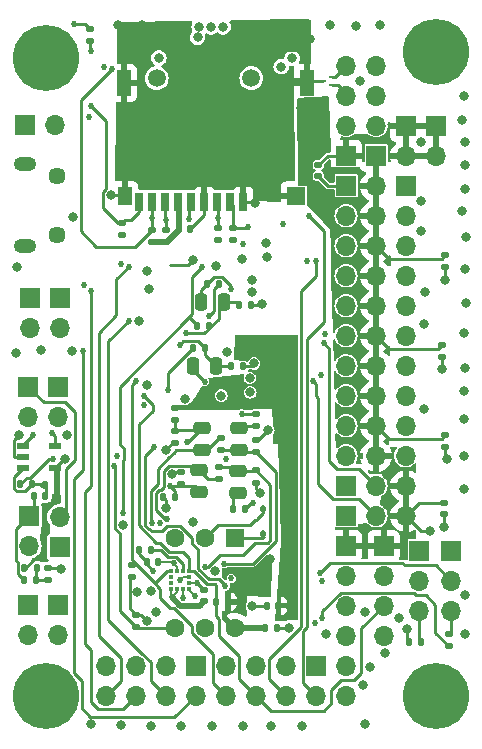
<source format=gbr>
%TF.GenerationSoftware,KiCad,Pcbnew,7.0.7*%
%TF.CreationDate,2023-10-22T22:56:54-04:00*%
%TF.ProjectId,DaisySeedBreakout,44616973-7953-4656-9564-427265616b6f,rev?*%
%TF.SameCoordinates,Original*%
%TF.FileFunction,Copper,L4,Bot*%
%TF.FilePolarity,Positive*%
%FSLAX46Y46*%
G04 Gerber Fmt 4.6, Leading zero omitted, Abs format (unit mm)*
G04 Created by KiCad (PCBNEW 7.0.7) date 2023-10-22 22:56:54*
%MOMM*%
%LPD*%
G01*
G04 APERTURE LIST*
G04 Aperture macros list*
%AMRoundRect*
0 Rectangle with rounded corners*
0 $1 Rounding radius*
0 $2 $3 $4 $5 $6 $7 $8 $9 X,Y pos of 4 corners*
0 Add a 4 corners polygon primitive as box body*
4,1,4,$2,$3,$4,$5,$6,$7,$8,$9,$2,$3,0*
0 Add four circle primitives for the rounded corners*
1,1,$1+$1,$2,$3*
1,1,$1+$1,$4,$5*
1,1,$1+$1,$6,$7*
1,1,$1+$1,$8,$9*
0 Add four rect primitives between the rounded corners*
20,1,$1+$1,$2,$3,$4,$5,0*
20,1,$1+$1,$4,$5,$6,$7,0*
20,1,$1+$1,$6,$7,$8,$9,0*
20,1,$1+$1,$8,$9,$2,$3,0*%
G04 Aperture macros list end*
%TA.AperFunction,SMDPad,CuDef*%
%ADD10R,0.606400X0.200000*%
%TD*%
%TA.AperFunction,SMDPad,CuDef*%
%ADD11R,0.711200X1.600200*%
%TD*%
%TA.AperFunction,SMDPad,CuDef*%
%ADD12R,1.193800X2.209800*%
%TD*%
%TA.AperFunction,ComponentPad*%
%ADD13C,1.498600*%
%TD*%
%TA.AperFunction,SMDPad,CuDef*%
%ADD14R,1.193800X1.498600*%
%TD*%
%TA.AperFunction,SMDPad,CuDef*%
%ADD15R,1.600200X1.498600*%
%TD*%
%TA.AperFunction,SMDPad,CuDef*%
%ADD16RoundRect,0.112500X0.112500X-0.187500X0.112500X0.187500X-0.112500X0.187500X-0.112500X-0.187500X0*%
%TD*%
%TA.AperFunction,SMDPad,CuDef*%
%ADD17RoundRect,0.140000X0.170000X-0.140000X0.170000X0.140000X-0.170000X0.140000X-0.170000X-0.140000X0*%
%TD*%
%TA.AperFunction,SMDPad,CuDef*%
%ADD18RoundRect,0.135000X-0.135000X-0.185000X0.135000X-0.185000X0.135000X0.185000X-0.135000X0.185000X0*%
%TD*%
%TA.AperFunction,SMDPad,CuDef*%
%ADD19RoundRect,0.140000X0.140000X0.170000X-0.140000X0.170000X-0.140000X-0.170000X0.140000X-0.170000X0*%
%TD*%
%TA.AperFunction,SMDPad,CuDef*%
%ADD20R,0.350000X0.375000*%
%TD*%
%TA.AperFunction,SMDPad,CuDef*%
%ADD21R,0.375000X0.350000*%
%TD*%
%TA.AperFunction,ComponentPad*%
%ADD22R,1.700000X1.700000*%
%TD*%
%TA.AperFunction,ComponentPad*%
%ADD23O,1.700000X1.700000*%
%TD*%
%TA.AperFunction,ComponentPad*%
%ADD24R,1.600000X1.600000*%
%TD*%
%TA.AperFunction,ComponentPad*%
%ADD25C,1.600000*%
%TD*%
%TA.AperFunction,SMDPad,CuDef*%
%ADD26RoundRect,0.140000X-0.140000X-0.170000X0.140000X-0.170000X0.140000X0.170000X-0.140000X0.170000X0*%
%TD*%
%TA.AperFunction,SMDPad,CuDef*%
%ADD27RoundRect,0.135000X0.185000X-0.135000X0.185000X0.135000X-0.185000X0.135000X-0.185000X-0.135000X0*%
%TD*%
%TA.AperFunction,SMDPad,CuDef*%
%ADD28RoundRect,0.140000X-0.170000X0.140000X-0.170000X-0.140000X0.170000X-0.140000X0.170000X0.140000X0*%
%TD*%
%TA.AperFunction,SMDPad,CuDef*%
%ADD29RoundRect,0.135000X0.135000X0.185000X-0.135000X0.185000X-0.135000X-0.185000X0.135000X-0.185000X0*%
%TD*%
%TA.AperFunction,ComponentPad*%
%ADD30C,5.600000*%
%TD*%
%TA.AperFunction,ComponentPad*%
%ADD31O,1.900000X1.200000*%
%TD*%
%TA.AperFunction,ComponentPad*%
%ADD32C,1.450000*%
%TD*%
%TA.AperFunction,SMDPad,CuDef*%
%ADD33RoundRect,0.135000X-0.185000X0.135000X-0.185000X-0.135000X0.185000X-0.135000X0.185000X0.135000X0*%
%TD*%
%TA.AperFunction,SMDPad,CuDef*%
%ADD34RoundRect,0.250000X0.475000X-0.250000X0.475000X0.250000X-0.475000X0.250000X-0.475000X-0.250000X0*%
%TD*%
%TA.AperFunction,SMDPad,CuDef*%
%ADD35RoundRect,0.250000X-0.475000X0.250000X-0.475000X-0.250000X0.475000X-0.250000X0.475000X0.250000X0*%
%TD*%
%TA.AperFunction,SMDPad,CuDef*%
%ADD36RoundRect,0.250000X0.250000X0.475000X-0.250000X0.475000X-0.250000X-0.475000X0.250000X-0.475000X0*%
%TD*%
%TA.AperFunction,SMDPad,CuDef*%
%ADD37R,1.050000X0.600000*%
%TD*%
%TA.AperFunction,ViaPad*%
%ADD38C,0.800000*%
%TD*%
%TA.AperFunction,ViaPad*%
%ADD39C,0.517200*%
%TD*%
%TA.AperFunction,Conductor*%
%ADD40C,0.239000*%
%TD*%
%TA.AperFunction,Conductor*%
%ADD41C,0.250000*%
%TD*%
%TA.AperFunction,Conductor*%
%ADD42C,0.500000*%
%TD*%
%TA.AperFunction,Conductor*%
%ADD43C,0.127000*%
%TD*%
G04 APERTURE END LIST*
D10*
%TO.P,U10,1,D+*%
%TO.N,/USB_p*%
X156249700Y-37115001D03*
%TO.P,U10,2,D-*%
%TO.N,/USB_n*%
X156249700Y-37814999D03*
%TO.P,U10,3,GND*%
%TO.N,GND*%
X155509900Y-37465000D03*
%TD*%
D11*
%TO.P,J4,1,DAT2*%
%TO.N,/SD_D2*%
X139980600Y-47736400D03*
%TO.P,J4,2,CD/DAT3*%
%TO.N,/SD_D3*%
X141080600Y-47736400D03*
%TO.P,J4,3,CMD*%
%TO.N,/SD_CMD*%
X142180601Y-47736400D03*
%TO.P,J4,4,VDD*%
%TO.N,+3.3V*%
X143280601Y-47736400D03*
%TO.P,J4,5,CLK*%
%TO.N,/SD_CLK*%
X144380599Y-47736400D03*
%TO.P,J4,6,VSS*%
%TO.N,GND*%
X145480599Y-47736400D03*
%TO.P,J4,7,DAT0*%
%TO.N,/SD_D0*%
X146580599Y-47736400D03*
%TO.P,J4,8,DAT1*%
%TO.N,/SD_D1*%
X147680600Y-47736400D03*
D12*
%TO.P,J4,13,13*%
%TO.N,GND*%
X138653600Y-37636400D03*
%TO.P,J4,15,15*%
X154153600Y-37636400D03*
D13*
%TO.P,J4,10,10*%
%TO.N,unconnected-(J4-Pad10)*%
X141453600Y-37236400D03*
%TO.P,J4,11,11*%
%TO.N,unconnected-(J4-Pad11)*%
X149453600Y-37236400D03*
D14*
%TO.P,J4,12,12*%
%TO.N,GND*%
X138783600Y-47230400D03*
D15*
%TO.P,J4,14,14*%
X153253600Y-47235400D03*
D11*
%TO.P,J4,9,9*%
X148780600Y-47736400D03*
%TD*%
D16*
%TO.P,D1,1,K*%
%TO.N,/MIDI_IN_Diode*%
X150418800Y-75802200D03*
%TO.P,D1,2,A*%
%TO.N,/MIDI_IN_CONN*%
X150418800Y-73702200D03*
%TD*%
D17*
%TO.P,C22,1*%
%TO.N,+3.3V*%
X145491200Y-81531400D03*
%TO.P,C22,2*%
%TO.N,GND*%
X145491200Y-80571400D03*
%TD*%
D18*
%TO.P,R34,1*%
%TO.N,GND*%
X139975400Y-77165200D03*
%TO.P,R34,2*%
%TO.N,Net-(U4-SA0{slash}SDO)*%
X140995400Y-77165200D03*
%TD*%
D19*
%TO.P,C18,1*%
%TO.N,+3.3V*%
X141551600Y-78181200D03*
%TO.P,C18,2*%
%TO.N,GND*%
X140591600Y-78181200D03*
%TD*%
D20*
%TO.P,U4,1,SCL/SPC*%
%TO.N,/DIO4_SCL_RX*%
X142683800Y-78942700D03*
%TO.P,U4,2,~{CS}*%
%TO.N,+3.3V*%
X143183800Y-78942700D03*
%TO.P,U4,3,SA0/SDO*%
%TO.N,Net-(U4-SA0{slash}SDO)*%
X143683800Y-78942700D03*
%TO.P,U4,4,SDA/SDI*%
%TO.N,/DIO5_SDA_TX*%
X144183800Y-78942700D03*
D21*
%TO.P,U4,5,RES*%
%TO.N,GND*%
X144196300Y-79455200D03*
%TO.P,U4,6,GND*%
X144196300Y-79955200D03*
D20*
%TO.P,U4,7,GND*%
X144183800Y-80467700D03*
%TO.P,U4,8,GND*%
X143683800Y-80467700D03*
%TO.P,U4,9,Vdd*%
%TO.N,+3.3V*%
X143183800Y-80467700D03*
%TO.P,U4,10,Vdd_IO*%
X142683800Y-80467700D03*
D21*
%TO.P,U4,11,INT2*%
%TO.N,unconnected-(U4-INT2-Pad11)*%
X142671300Y-79955200D03*
%TO.P,U4,12,INT1*%
%TO.N,unconnected-(U4-INT1-Pad12)*%
X142671300Y-79455200D03*
%TD*%
D18*
%TO.P,R53,1*%
%TO.N,+3.3V*%
X162818482Y-84963969D03*
%TO.P,R53,2*%
%TO.N,/MIDI_TX_PWR*%
X163838482Y-84963969D03*
%TD*%
D22*
%TO.P,J3,1,Pin_1*%
%TO.N,GND*%
X166345752Y-77233367D03*
D23*
%TO.P,J3,2,Pin_2*%
%TO.N,/MIDI_IN_CONN*%
X166345752Y-79773367D03*
%TO.P,J3,3,Pin_3*%
%TO.N,/MIDI_IN_CONN_R*%
X166345752Y-82313367D03*
%TD*%
D22*
%TO.P,J1,1,Pin_1*%
%TO.N,GND*%
X163678752Y-77233367D03*
D23*
%TO.P,J1,2,Pin_2*%
%TO.N,/MIDI_TX_CONN*%
X163678752Y-79773367D03*
%TO.P,J1,3,Pin_3*%
%TO.N,/MIDI_TX_PWR*%
X163678752Y-82313367D03*
%TD*%
D24*
%TO.P,U1,1*%
%TO.N,/MIDI_IN_Diode*%
X148044865Y-76189884D03*
D25*
%TO.P,U1,2*%
%TO.N,/MIDI_IN_CONN*%
X145504865Y-76189884D03*
%TO.P,U1,3,NC*%
%TO.N,unconnected-(U1-NC-Pad3)*%
X142964865Y-76189884D03*
%TO.P,U1,4,VO*%
%TO.N,/MIDI_UART_RX*%
X142964865Y-83809884D03*
%TO.P,U1,5,GND*%
%TO.N,GND*%
X145504865Y-83809884D03*
%TO.P,U1,6,VCC*%
%TO.N,+3.3V*%
X148044865Y-83809884D03*
%TD*%
D26*
%TO.P,C7,1*%
%TO.N,+3.3V*%
X150650000Y-83820000D03*
%TO.P,C7,2*%
%TO.N,GND*%
X151610000Y-83820000D03*
%TD*%
D27*
%TO.P,R55,1*%
%TO.N,/MIDI_UART_RX*%
X139700000Y-83695000D03*
%TO.P,R55,2*%
%TO.N,+3.3V*%
X139700000Y-82675000D03*
%TD*%
%TO.P,R54,1*%
%TO.N,/MIDI_IN_Diode*%
X166217600Y-85346000D03*
%TO.P,R54,2*%
%TO.N,/MIDI_IN_CONN_R*%
X166217600Y-84326000D03*
%TD*%
D22*
%TO.P,J26,1,Pin_1*%
%TO.N,+3.3V*%
X133299515Y-55880000D03*
D23*
%TO.P,J26,2,Pin_2*%
X133299515Y-58420000D03*
%TD*%
D22*
%TO.P,J25,1,Pin_1*%
%TO.N,+3.3V*%
X130759515Y-55880000D03*
D23*
%TO.P,J25,2,Pin_2*%
X130759515Y-58420000D03*
%TD*%
D22*
%TO.P,J16,1,Pin_1*%
%TO.N,+5V*%
X165100000Y-41275000D03*
D23*
%TO.P,J16,2,Pin_2*%
X165100000Y-43815000D03*
%TD*%
D22*
%TO.P,J9,1,Pin_1*%
%TO.N,+5V*%
X162560000Y-41275000D03*
D23*
%TO.P,J9,2,Pin_2*%
X162560000Y-43815000D03*
%TD*%
D22*
%TO.P,J17,1,Pin_1*%
%TO.N,/Condensor Microphone/MIC_CONN*%
X130598707Y-74295000D03*
D23*
%TO.P,J17,2,Pin_2*%
%TO.N,GND*%
X130598707Y-76835000D03*
%TD*%
D22*
%TO.P,J12,1,Pin_1*%
%TO.N,/Audio_IN_L_CONN*%
X130556000Y-63373000D03*
D23*
%TO.P,J12,2,Pin_2*%
%TO.N,GND*%
X130556000Y-65913000D03*
%TD*%
D22*
%TO.P,J13,1,Pin_1*%
%TO.N,/Audio_IN_R_CONN*%
X133096000Y-63373000D03*
D23*
%TO.P,J13,2,Pin_2*%
%TO.N,GND*%
X133096000Y-65913000D03*
%TD*%
D22*
%TO.P,J11,1,Pin_1*%
%TO.N,/Audio_OUT_R_CONN*%
X133096000Y-81885000D03*
D23*
%TO.P,J11,2,Pin_2*%
%TO.N,GND*%
X133096000Y-84425000D03*
%TD*%
D22*
%TO.P,J2,1,Pin_1*%
%TO.N,/Audio_OUT_L_CONN*%
X130556000Y-81885000D03*
D23*
%TO.P,J2,2,Pin_2*%
%TO.N,GND*%
X130556000Y-84425000D03*
%TD*%
D22*
%TO.P,J6,1,Pin_1*%
%TO.N,GND*%
X130278896Y-41177130D03*
D23*
%TO.P,J6,2,Pin_2*%
%TO.N,/HEADER_5V*%
X132818896Y-41177130D03*
%TD*%
D22*
%TO.P,J8,1,Pin_1*%
%TO.N,/Mic_OUT*%
X133289018Y-76933900D03*
D23*
%TO.P,J8,2,Pin_2*%
%TO.N,/Audio_IN_L_CONN*%
X133289018Y-74393900D03*
%TD*%
D28*
%TO.P,C16,1*%
%TO.N,+5V*%
X155143200Y-44579600D03*
%TO.P,C16,2*%
%TO.N,GND*%
X155143200Y-45539600D03*
%TD*%
D27*
%TO.P,R11,1*%
%TO.N,+3.3V*%
X139344400Y-79504000D03*
%TO.P,R11,2*%
%TO.N,/DIO4_SCL_RX*%
X139344400Y-78484000D03*
%TD*%
D29*
%TO.P,R6,1*%
%TO.N,+3.3V*%
X147472400Y-81559400D03*
%TO.P,R6,2*%
%TO.N,/DIO5_SDA_TX*%
X146452400Y-81559400D03*
%TD*%
D22*
%TO.P,J24,1,Pin_1*%
%TO.N,/AI_9*%
X162542600Y-46355000D03*
D23*
%TO.P,J24,2,Pin_2*%
%TO.N,/AI_8*%
X162542600Y-48895000D03*
%TO.P,J24,3,Pin_3*%
%TO.N,/AI_7*%
X162542600Y-51435000D03*
%TO.P,J24,4,Pin_4*%
%TO.N,/AI_6*%
X162542600Y-53975000D03*
%TO.P,J24,5,Pin_5*%
%TO.N,/AI_5*%
X162542600Y-56515000D03*
%TO.P,J24,6,Pin_6*%
%TO.N,/AI_4*%
X162542600Y-59055000D03*
%TO.P,J24,7,Pin_7*%
%TO.N,/AI_3*%
X162542600Y-61595000D03*
%TO.P,J24,8,Pin_8*%
%TO.N,/AI_2*%
X162542600Y-64135000D03*
%TO.P,J24,9,Pin_9*%
%TO.N,/AI_1*%
X162542600Y-66675000D03*
%TO.P,J24,10,Pin_10*%
%TO.N,/AI_0*%
X162542600Y-69215000D03*
%TD*%
D22*
%TO.P,J23,1,1*%
%TO.N,GND*%
X157480000Y-46355000D03*
D23*
%TO.P,J23,2,2*%
%TO.N,+3.3V*%
X160020000Y-46355000D03*
%TO.P,J23,3,3*%
%TO.N,GND*%
X157480000Y-48895000D03*
%TO.P,J23,4,4*%
%TO.N,+3.3V*%
X160020000Y-48895000D03*
%TO.P,J23,5,5*%
%TO.N,GND*%
X157480000Y-51435000D03*
%TO.P,J23,6,6*%
%TO.N,+3.3V*%
X160020000Y-51435000D03*
%TO.P,J23,7,7*%
%TO.N,GND*%
X157480000Y-53975000D03*
%TO.P,J23,8,8*%
%TO.N,+3.3V*%
X160020000Y-53975000D03*
%TO.P,J23,9,9*%
%TO.N,GND*%
X157480000Y-56515000D03*
%TO.P,J23,10,10*%
%TO.N,+3.3V*%
X160020000Y-56515000D03*
%TO.P,J23,11,11*%
%TO.N,GND*%
X157480000Y-59055000D03*
%TO.P,J23,12,12*%
%TO.N,+3.3V*%
X160020000Y-59055000D03*
%TO.P,J23,13,13*%
%TO.N,GND*%
X157480000Y-61595000D03*
%TO.P,J23,14,14*%
%TO.N,+3.3V*%
X160020000Y-61595000D03*
%TO.P,J23,15,15*%
%TO.N,GND*%
X157480000Y-64135000D03*
%TO.P,J23,16,16*%
%TO.N,+3.3V*%
X160020000Y-64135000D03*
%TO.P,J23,17,17*%
%TO.N,GND*%
X157480000Y-66675000D03*
%TO.P,J23,18,18*%
%TO.N,+3.3V*%
X160020000Y-66675000D03*
%TO.P,J23,19,19*%
%TO.N,GND*%
X157480000Y-69215000D03*
%TO.P,J23,20,20*%
%TO.N,+3.3V*%
X160020000Y-69215000D03*
%TD*%
D22*
%TO.P,J14,1,Pin_1*%
%TO.N,GND*%
X157480000Y-71755000D03*
D23*
%TO.P,J14,2,Pin_2*%
%TO.N,/AO_1*%
X160020000Y-71755000D03*
%TO.P,J14,3,Pin_3*%
%TO.N,+3.3V*%
X162560000Y-71755000D03*
%TD*%
D28*
%TO.P,C10,1*%
%TO.N,+3.3V*%
X165735000Y-73180000D03*
%TO.P,C10,2*%
%TO.N,GND*%
X165735000Y-74140000D03*
%TD*%
%TO.P,C8,1*%
%TO.N,+3.3V*%
X165890000Y-67465000D03*
%TO.P,C8,2*%
%TO.N,GND*%
X165890000Y-68425000D03*
%TD*%
%TO.P,C6,1*%
%TO.N,+3.3V*%
X165580000Y-59845000D03*
%TO.P,C6,2*%
%TO.N,GND*%
X165580000Y-60805000D03*
%TD*%
%TO.P,C2,1*%
%TO.N,+3.3V*%
X165890000Y-52225000D03*
%TO.P,C2,2*%
%TO.N,GND*%
X165890000Y-53185000D03*
%TD*%
D22*
%TO.P,J21,1,Pin_1*%
%TO.N,GND*%
X144780000Y-86995000D03*
D23*
%TO.P,J21,2,Pin_2*%
%TO.N,/DIO3_PICO*%
X144780000Y-89535000D03*
%TO.P,J21,3,Pin_3*%
%TO.N,GND*%
X142240000Y-86995000D03*
%TO.P,J21,4,Pin_4*%
%TO.N,/DIO2_POCI*%
X142240000Y-89535000D03*
%TO.P,J21,5,Pin_5*%
%TO.N,GND*%
X139700000Y-86995000D03*
%TO.P,J21,6,Pin_6*%
%TO.N,/DIO1_SCK*%
X139700000Y-89535000D03*
%TO.P,J21,7,Pin_7*%
%TO.N,GND*%
X137160000Y-86995000D03*
%TO.P,J21,8,Pin_8*%
%TO.N,/DIO0_CS*%
X137160000Y-89535000D03*
%TD*%
D22*
%TO.P,J18,1,Pin_1*%
%TO.N,GND*%
X154940000Y-86995000D03*
D23*
%TO.P,J18,2,Pin_2*%
%TO.N,/DIO7*%
X154940000Y-89535000D03*
%TO.P,J18,3,Pin_3*%
%TO.N,GND*%
X152400000Y-86995000D03*
%TO.P,J18,4,Pin_4*%
%TO.N,/DIO6*%
X152400000Y-89535000D03*
%TO.P,J18,5,Pin_5*%
%TO.N,GND*%
X149860000Y-86995000D03*
%TO.P,J18,6,Pin_6*%
%TO.N,/DIO5_SDA_TX*%
X149860000Y-89535000D03*
%TO.P,J18,7,Pin_7*%
%TO.N,GND*%
X147320000Y-86995000D03*
%TO.P,J18,8,Pin_8*%
%TO.N,/DIO4_SCL_RX*%
X147320000Y-89535000D03*
%TD*%
D22*
%TO.P,J10,1,Pin_1*%
%TO.N,GND*%
X157480000Y-74295000D03*
D23*
%TO.P,J10,2,Pin_2*%
%TO.N,/AO_0*%
X160020000Y-74295000D03*
%TO.P,J10,3,Pin_3*%
%TO.N,+3.3V*%
X162560000Y-74295000D03*
%TD*%
D30*
%TO.P,H1,1*%
%TO.N,GND*%
X132080000Y-35560000D03*
%TD*%
D22*
%TO.P,J5,1,Pin_1*%
%TO.N,+5V*%
X157480000Y-43805000D03*
D23*
%TO.P,J5,2,Pin_2*%
%TO.N,GND*%
X157480000Y-41265000D03*
%TO.P,J5,3,Pin_3*%
%TO.N,/USB_n*%
X157480000Y-38725000D03*
%TO.P,J5,4,Pin_4*%
%TO.N,/USB_p*%
X157480000Y-36185000D03*
%TD*%
D22*
%TO.P,J20,1,Pin_1*%
%TO.N,+3.3V*%
X160020000Y-43805000D03*
D23*
%TO.P,J20,2,Pin_2*%
%TO.N,GND*%
X160020000Y-41265000D03*
%TO.P,J20,3,Pin_3*%
%TO.N,/USB_n*%
X160020000Y-38725000D03*
%TO.P,J20,4,Pin_4*%
%TO.N,/USB_p*%
X160020000Y-36185000D03*
%TD*%
D22*
%TO.P,J7,1,Pin_1*%
%TO.N,+3.3V*%
X160655000Y-76835000D03*
D23*
%TO.P,J7,2,Pin_2*%
%TO.N,GND*%
X160655000Y-79375000D03*
%TO.P,J7,3,Pin_3*%
%TO.N,/DIO5_SDA_TX*%
X160655000Y-81915000D03*
%TO.P,J7,4,Pin_4*%
%TO.N,/DIO4_SCL_RX*%
X160655000Y-84455000D03*
%TD*%
D22*
%TO.P,J19,1,Pin_1*%
%TO.N,+3.3V*%
X157480000Y-76835000D03*
D23*
%TO.P,J19,2,Pin_2*%
%TO.N,GND*%
X157480000Y-79375000D03*
%TO.P,J19,3,Pin_3*%
%TO.N,/DIO2_POCI*%
X157480000Y-81915000D03*
%TO.P,J19,4,Pin_4*%
%TO.N,/DIO3_PICO*%
X157480000Y-84455000D03*
%TO.P,J19,5,Pin_5*%
%TO.N,/DIO1_SCK*%
X157480000Y-86995000D03*
%TO.P,J19,6,Pin_6*%
%TO.N,/DIO0_CS*%
X157480000Y-89535000D03*
%TD*%
D31*
%TO.P,J15,6,Shield*%
%TO.N,GND*%
X130302000Y-51490000D03*
D32*
X133002000Y-45490000D03*
D31*
X130302000Y-44490000D03*
D32*
X133002000Y-50490000D03*
%TD*%
D27*
%TO.P,R29,1*%
%TO.N,/Audio_OUT_L_CONN*%
X146877252Y-68717154D03*
%TO.P,R29,2*%
%TO.N,/Audio_OUT_1*%
X146877252Y-67697154D03*
%TD*%
D33*
%TO.P,R28,1*%
%TO.N,/Audio_OUT_R_CONN*%
X146683377Y-70121561D03*
%TO.P,R28,2*%
%TO.N,/Audio_OUT_2*%
X146683377Y-71141561D03*
%TD*%
D18*
%TO.P,R27,1*%
%TO.N,/Audio_IN_2*%
X144828800Y-58216800D03*
%TO.P,R27,2*%
%TO.N,/Audio_IN_R_CONN*%
X145848800Y-58216800D03*
%TD*%
%TO.P,R26,1*%
%TO.N,/Audio_IN_1*%
X144522000Y-60071000D03*
%TO.P,R26,2*%
%TO.N,/Audio_IN_L_CONN*%
X145542000Y-60071000D03*
%TD*%
D19*
%TO.P,C9,1*%
%TO.N,+3.3VA*%
X151739600Y-81889600D03*
%TO.P,C9,2*%
%TO.N,GND*%
X150779600Y-81889600D03*
%TD*%
D33*
%TO.P,R7,1*%
%TO.N,+3.3VA*%
X143002410Y-65127880D03*
%TO.P,R7,2*%
%TO.N,/Audio Out/L_in+*%
X143002410Y-66147880D03*
%TD*%
D18*
%TO.P,R15,2*%
%TO.N,+3.3VA*%
X132977340Y-71648567D03*
%TO.P,R15,1*%
%TO.N,/Condensor Microphone/MIC_IN+*%
X131957340Y-71648567D03*
%TD*%
D34*
%TO.P,C4,1*%
%TO.N,/Audio_OUT_1*%
X145262104Y-68723873D03*
%TO.P,C4,2*%
%TO.N,/Audio Out/L_in+*%
X145262104Y-66823873D03*
%TD*%
%TO.P,C17,1*%
%TO.N,Net-(C17-Pad1)*%
X148326514Y-72372503D03*
%TO.P,C17,2*%
%TO.N,/Audio_OUT_R_CONN*%
X148326514Y-70472503D03*
%TD*%
D29*
%TO.P,R30,1*%
%TO.N,+3.3VA*%
X146717188Y-54682301D03*
%TO.P,R30,2*%
%TO.N,/Audio In/R_in+*%
X145697188Y-54682301D03*
%TD*%
D33*
%TO.P,R9,1*%
%TO.N,+3.3VA*%
X143537168Y-70577621D03*
%TO.P,R9,2*%
%TO.N,/Audio Out/R_in+*%
X143537168Y-71597621D03*
%TD*%
D18*
%TO.P,R21,2*%
%TO.N,GND*%
X148744480Y-61645246D03*
%TO.P,R21,1*%
%TO.N,/Audio_IN_L_CONN*%
X147724480Y-61645246D03*
%TD*%
D17*
%TO.P,C25,1*%
%TO.N,/Condensor Microphone/MIC_BIAS*%
X132283200Y-79702600D03*
%TO.P,C25,2*%
%TO.N,GND*%
X132283200Y-78742600D03*
%TD*%
D29*
%TO.P,R19,1*%
%TO.N,/Audio Out/R_out*%
X148892221Y-73727481D03*
%TO.P,R19,2*%
%TO.N,Net-(C17-Pad1)*%
X147872221Y-73727481D03*
%TD*%
%TO.P,R67,1*%
%TO.N,/Audio Out/R_in+*%
X142967933Y-72677743D03*
%TO.P,R67,2*%
%TO.N,GND*%
X141947933Y-72677743D03*
%TD*%
D35*
%TO.P,C11,1*%
%TO.N,Net-(C11-Pad1)*%
X148406003Y-66838089D03*
%TO.P,C11,2*%
%TO.N,/Audio_OUT_L_CONN*%
X148406003Y-68738089D03*
%TD*%
D18*
%TO.P,R5,2*%
%TO.N,GND*%
X149424701Y-56449065D03*
%TO.P,R5,1*%
%TO.N,/Audio_IN_R_CONN*%
X148404701Y-56449065D03*
%TD*%
D33*
%TO.P,R10,1*%
%TO.N,/Audio Out/L_in+*%
X143011467Y-67130714D03*
%TO.P,R10,2*%
%TO.N,GND*%
X143011467Y-68150714D03*
%TD*%
%TO.P,R25,1*%
%TO.N,/Audio_OUT_R_CONN*%
X149857146Y-70455361D03*
%TO.P,R25,2*%
%TO.N,GND*%
X149857146Y-71475361D03*
%TD*%
D36*
%TO.P,C12,2*%
%TO.N,/Audio In/R_in+*%
X145221584Y-56224052D03*
%TO.P,C12,1*%
%TO.N,/Audio_IN_R_CONN*%
X147121584Y-56224052D03*
%TD*%
D33*
%TO.P,R18,1*%
%TO.N,/Audio Out/L_out*%
X149880908Y-65655000D03*
%TO.P,R18,2*%
%TO.N,Net-(C11-Pad1)*%
X149880908Y-66675000D03*
%TD*%
D35*
%TO.P,C5,1*%
%TO.N,/Audio_OUT_2*%
X145016044Y-70374467D03*
%TO.P,C5,2*%
%TO.N,/Audio Out/R_in+*%
X145016044Y-72274467D03*
%TD*%
D18*
%TO.P,R16,2*%
%TO.N,/Condensor Microphone/MIC_IN+*%
X130896428Y-71638228D03*
%TO.P,R16,1*%
%TO.N,GND*%
X129876428Y-71638228D03*
%TD*%
D29*
%TO.P,R12,2*%
%TO.N,+3.3VA*%
X130251200Y-78686600D03*
%TO.P,R12,1*%
%TO.N,/Condensor Microphone/MIC_BIAS*%
X131271200Y-78686600D03*
%TD*%
D26*
%TO.P,C26,2*%
%TO.N,/Condensor Microphone/MIC_IN+*%
X132010140Y-72613767D03*
%TO.P,C26,1*%
%TO.N,/Condensor Microphone/MIC_CONN*%
X131050140Y-72613767D03*
%TD*%
D18*
%TO.P,R13,2*%
%TO.N,/Condensor Microphone/MIC_BIAS*%
X131269200Y-79702600D03*
%TO.P,R13,1*%
%TO.N,/Condensor Microphone/MIC_CONN*%
X130249200Y-79702600D03*
%TD*%
D37*
%TO.P,U2,5,VCC*%
%TO.N,+3.3VA*%
X132803633Y-70287167D03*
%TO.P,U2,4*%
%TO.N,/Mic_OUT*%
X132803633Y-68387167D03*
%TO.P,U2,3*%
%TO.N,/Condensor Microphone/MIC_IN-*%
X130103633Y-68387167D03*
%TO.P,U2,2,GND*%
%TO.N,GND*%
X130103633Y-69337167D03*
%TO.P,U2,1*%
%TO.N,/Condensor Microphone/MIC_IN+*%
X130103633Y-70287167D03*
%TD*%
D36*
%TO.P,C13,2*%
%TO.N,/Audio In/L_in+*%
X144559199Y-61626541D03*
%TO.P,C13,1*%
%TO.N,/Audio_IN_L_CONN*%
X146459199Y-61626541D03*
%TD*%
D30*
%TO.P,H4,1*%
%TO.N,GND*%
X165100000Y-35052000D03*
%TD*%
%TO.P,H2,1*%
%TO.N,GND*%
X165100000Y-89535000D03*
%TD*%
%TO.P,H3,1*%
%TO.N,GND*%
X132080000Y-89535000D03*
%TD*%
D33*
%TO.P,R62,1*%
%TO.N,Net-(A1-USB_ID)*%
X135763000Y-33043400D03*
%TO.P,R62,2*%
%TO.N,GND*%
X135763000Y-34063400D03*
%TD*%
D26*
%TO.P,C1,1*%
%TO.N,+3.3V*%
X143309400Y-50038000D03*
%TO.P,C1,2*%
%TO.N,GND*%
X144269400Y-50038000D03*
%TD*%
D27*
%TO.P,R1,1*%
%TO.N,+3.3V*%
X147904200Y-50954400D03*
%TO.P,R1,2*%
%TO.N,/SD_D1*%
X147904200Y-49934400D03*
%TD*%
%TO.P,R3,1*%
%TO.N,+3.3V*%
X142265400Y-51132200D03*
%TO.P,R3,2*%
%TO.N,/SD_CMD*%
X142265400Y-50112200D03*
%TD*%
%TO.P,R14,1*%
%TO.N,+3.3V*%
X138531600Y-50497200D03*
%TO.P,R14,2*%
%TO.N,/SD_D2*%
X138531600Y-49477200D03*
%TD*%
%TO.P,R2,1*%
%TO.N,+3.3V*%
X146659600Y-50954400D03*
%TO.P,R2,2*%
%TO.N,/SD_D0*%
X146659600Y-49934400D03*
%TD*%
%TO.P,R24,1*%
%TO.N,/Audio_OUT_L_CONN*%
X149892775Y-68925332D03*
%TO.P,R24,2*%
%TO.N,GND*%
X149892775Y-67905332D03*
%TD*%
%TO.P,R4,1*%
%TO.N,+3.3V*%
X141020800Y-51106800D03*
%TO.P,R4,2*%
%TO.N,/SD_D3*%
X141020800Y-50086800D03*
%TD*%
D38*
%TO.N,+5V*%
X141630400Y-35534600D03*
%TO.N,GND*%
X151434800Y-45897800D03*
X138836400Y-44958000D03*
D39*
%TO.N,/SD_D1*%
X149160472Y-49839631D03*
%TO.N,/SD_CLK*%
X144221200Y-49149000D03*
%TO.N,/SD_D0*%
X146659600Y-49098200D03*
%TO.N,/SD_D3*%
X141020800Y-49072800D03*
%TO.N,/SD_CMD*%
X142214600Y-49225200D03*
%TO.N,Net-(A1-USB_ID)*%
X134416800Y-32639000D03*
%TO.N,GND*%
X135864600Y-34950400D03*
X141173200Y-78994000D03*
%TO.N,+3.3V*%
X142875000Y-78280900D03*
X142722600Y-81178400D03*
%TO.N,GND*%
X143459200Y-79705200D03*
X144881600Y-79984600D03*
X144653000Y-81076800D03*
X143713200Y-81254600D03*
X144145000Y-43738800D03*
X147878800Y-43662600D03*
X148005800Y-46075600D03*
X144068800Y-46024800D03*
%TO.N,/Mic_OUT*%
X132575300Y-67322700D03*
%TO.N,+3.3VA*%
X145860984Y-57370300D03*
%TO.N,GND*%
X147294600Y-69519800D03*
X132627503Y-69460665D03*
X138099800Y-69215000D03*
D38*
X164084000Y-65252600D03*
X164109400Y-58089800D03*
X164134800Y-55346600D03*
X163855400Y-47650400D03*
X163855400Y-50215800D03*
X163855400Y-42646600D03*
X158673800Y-37490400D03*
X158902400Y-88646000D03*
X160756600Y-85928200D03*
X140233400Y-32749500D03*
X137541000Y-47167800D03*
X146837400Y-46177200D03*
D39*
X152171400Y-49606200D03*
X135737600Y-40487600D03*
D38*
X129590800Y-53213000D03*
X167259000Y-40817800D03*
X167563800Y-44602400D03*
X167335200Y-48514000D03*
X167513000Y-53365400D03*
X167436800Y-58851800D03*
X167462200Y-63754000D03*
X167487600Y-69240400D03*
D39*
X136982200Y-36322000D03*
X135276515Y-54743040D03*
D38*
X131673600Y-60274200D03*
X159054800Y-82397600D03*
X155752800Y-84302600D03*
X161950400Y-82981800D03*
X167589200Y-81026000D03*
X167563800Y-84328000D03*
X138430000Y-92024200D03*
X143484600Y-92075000D03*
X148717000Y-92100400D03*
X151155400Y-92125800D03*
D39*
X154838400Y-83337400D03*
X147751800Y-79578200D03*
X141739604Y-74912204D03*
X140360400Y-64897000D03*
D38*
X138201400Y-32749500D03*
X156159200Y-32740600D03*
X158292800Y-32791400D03*
X160375600Y-32715200D03*
D39*
X155448000Y-79781400D03*
X155321000Y-62357000D03*
X155676600Y-58877200D03*
X154178000Y-52679600D03*
X138455400Y-52959000D03*
X148742400Y-51282600D03*
D38*
X150723600Y-51206400D03*
X146404831Y-79001145D03*
X138557000Y-75057000D03*
X140589000Y-63220600D03*
X139979400Y-57759600D03*
X134289800Y-60350400D03*
X129552999Y-60486248D03*
X159537400Y-87122000D03*
X135915400Y-91948000D03*
X140944600Y-92100400D03*
X146151600Y-92091500D03*
X153720800Y-92091500D03*
X159080200Y-91922600D03*
X167462200Y-72059800D03*
X167487600Y-66065400D03*
X167513000Y-61747400D03*
X167665400Y-56311800D03*
X167614600Y-50723800D03*
X167513000Y-46583600D03*
X167589200Y-42621200D03*
X167436800Y-38735000D03*
D39*
%TO.N,/Condensor Microphone/MIC_IN-*%
X131013200Y-67411600D03*
%TO.N,/Audio In/L_in+*%
X145516600Y-62941200D03*
%TO.N,/Audio In/R_in+*%
X147757937Y-55061800D03*
D38*
%TO.N,+3.3V*%
X148656433Y-52582265D03*
X144542130Y-52592909D03*
X140663299Y-53526700D03*
X150748802Y-52349202D03*
%TO.N,+3.3VA*%
X152349200Y-67767200D03*
X152831800Y-66725800D03*
X151790400Y-65913000D03*
%TO.N,GND*%
X150368000Y-56388000D03*
%TO.N,+5V*%
X151993600Y-36268708D03*
X152918829Y-35542806D03*
%TO.N,+3.3VA*%
X142722520Y-70764320D03*
X153018500Y-81296500D03*
D39*
%TO.N,/Audio_IN_2*%
X138620700Y-74091800D03*
D38*
%TO.N,GND*%
X149682200Y-61391800D03*
%TO.N,+3.3VA*%
X148564600Y-59512200D03*
%TO.N,GND*%
X152400000Y-37287200D03*
%TO.N,+3.3V*%
X164617400Y-75590400D03*
X151003000Y-77952600D03*
X140639800Y-83158384D03*
X155676600Y-48463200D03*
X146507200Y-53111400D03*
X154711400Y-39547800D03*
X153695400Y-39776400D03*
%TO.N,GND*%
X133350000Y-78816200D03*
X133883400Y-67437000D03*
X129794000Y-67437000D03*
%TO.N,+3.3VA*%
X133718081Y-69469000D03*
%TO.N,GND*%
X140970000Y-80619600D03*
X139801600Y-80721200D03*
X141376400Y-82397600D03*
X144500600Y-74803000D03*
D39*
%TO.N,/Audio Out/L_out*%
X148640800Y-65633600D03*
D38*
%TO.N,GND*%
X146913600Y-64109600D03*
X143865600Y-64363600D03*
X142240000Y-68681600D03*
X150164800Y-72339200D03*
X150901400Y-67056000D03*
X149504400Y-81940400D03*
%TO.N,+3.3VA*%
X152781000Y-82081876D03*
D39*
%TO.N,/MIDI_IN_CONN*%
X155295600Y-79095600D03*
%TO.N,/MIDI_IN_Diode*%
X155448000Y-82905600D03*
%TO.N,/Audio_OUT_2*%
X142341600Y-74523600D03*
%TO.N,/Audio_OUT_1*%
X141020800Y-74930000D03*
%TO.N,/Audio_OUT_L_CONN*%
X147167600Y-78333600D03*
%TO.N,/Audio_OUT_R_CONN*%
X145542000Y-78629500D03*
%TO.N,/MIDI_TX_CONN*%
X141224000Y-68453000D03*
X147269200Y-80238600D03*
%TO.N,/Audio_IN_L_CONN*%
X143383000Y-59817000D03*
%TO.N,/Audio_IN_R_CONN*%
X143906698Y-58847500D03*
%TO.N,/DIO0_CS*%
X139065000Y-53229500D03*
D38*
%TO.N,+5V*%
X144907000Y-33782000D03*
X145034000Y-32893000D03*
X146050000Y-32893000D03*
X147066000Y-32893000D03*
%TO.N,GND*%
X134366000Y-49022000D03*
D39*
%TO.N,/SD_D2*%
X135906500Y-39624000D03*
%TO.N,/SD_D3*%
X137668000Y-36449000D03*
%TO.N,/MIDI_UART_RX*%
X137871200Y-70104000D03*
%TO.N,/Audio_IN_1*%
X142367000Y-63627000D03*
%TO.N,/Audio_IN_2*%
X145275254Y-53251827D03*
D38*
%TO.N,GND*%
X165735000Y-75201864D03*
X165997479Y-69477480D03*
X165580000Y-61899229D03*
X165890000Y-54330362D03*
%TO.N,+3.3V*%
X162636200Y-83870800D03*
D39*
%TO.N,/DIO5_SDA_TX*%
X140351500Y-64135000D03*
%TO.N,/DIO4_SCL_RX*%
X139716500Y-62865000D03*
%TO.N,/DIO2_POCI*%
X139065000Y-57785000D03*
%TO.N,/DIO1_SCK*%
X135890000Y-55245000D03*
%TO.N,/DIO3_PICO*%
X135238500Y-60325000D03*
%TO.N,/AO_0*%
X154711400Y-62890400D03*
%TO.N,/AO_1*%
X155575000Y-59690000D03*
%TO.N,/DIO6*%
X154923500Y-52688500D03*
%TO.N,/DIO7*%
X154305000Y-48895000D03*
D38*
%TO.N,GND*%
X142240000Y-73660000D03*
D39*
%TO.N,/Audio Out/R_out*%
X149641158Y-73187158D03*
%TO.N,/Audio Out/L_in+*%
X143985225Y-68025374D03*
%TO.N,/Audio Out/R_in+*%
X142568754Y-71755557D03*
D38*
%TO.N,GND*%
X149488982Y-54319052D03*
X149334056Y-62629538D03*
X149368617Y-63844052D03*
X149498752Y-55375352D03*
X147375584Y-60415052D03*
X140817600Y-55092600D03*
X149733000Y-34036000D03*
X149072600Y-33324800D03*
X149733000Y-40665400D03*
X149782710Y-47799294D03*
X153543000Y-33401000D03*
X154432000Y-33909000D03*
X151333200Y-47142400D03*
X139319000Y-34798000D03*
X152685451Y-83762376D03*
%TD*%
D40*
%TO.N,/USB_n*%
X156813999Y-37814999D02*
X156249700Y-37814999D01*
X157480000Y-38481000D02*
X156813999Y-37814999D01*
X157480000Y-38725000D02*
X157480000Y-38481000D01*
%TO.N,/USB_p*%
X156549999Y-37115001D02*
X157480000Y-36185000D01*
X156249700Y-37115001D02*
X156549999Y-37115001D01*
D41*
%TO.N,GND*%
X154325000Y-37465000D02*
X154153600Y-37636400D01*
X155509900Y-37465000D02*
X154325000Y-37465000D01*
X152400000Y-37287200D02*
X153610399Y-37287200D01*
X138721000Y-47167800D02*
X138783600Y-47230400D01*
X137541000Y-47167800D02*
X138721000Y-47167800D01*
D40*
%TO.N,/SD_D1*%
X149065703Y-49934400D02*
X149160472Y-49839631D01*
X147904200Y-49934400D02*
X149065703Y-49934400D01*
D42*
%TO.N,+3.3V*%
X143309400Y-50112277D02*
X143309400Y-50038000D01*
X142289477Y-51132200D02*
X143309400Y-50112277D01*
X142265400Y-51132200D02*
X142289477Y-51132200D01*
X142240000Y-51106800D02*
X142265400Y-51132200D01*
X141020800Y-51106800D02*
X142240000Y-51106800D01*
D40*
%TO.N,/SD_D3*%
X139596400Y-51511200D02*
X141020800Y-50086800D01*
X138268768Y-51511200D02*
X139596400Y-51511200D01*
D41*
X136347200Y-51511200D02*
X138268768Y-51511200D01*
X135051800Y-39065200D02*
X135051800Y-50215800D01*
X135051800Y-50215800D02*
X136347200Y-51511200D01*
X137668000Y-36449000D02*
X135051800Y-39065200D01*
%TO.N,/SD_D2*%
X136889000Y-46897732D02*
X136889000Y-48192200D01*
X136889000Y-48192200D02*
X138174000Y-49477200D01*
X138174000Y-49477200D02*
X138531600Y-49477200D01*
X137185400Y-46601332D02*
X136889000Y-46897732D01*
X135906500Y-39624000D02*
X137185400Y-40902900D01*
X137185400Y-40902900D02*
X137185400Y-46601332D01*
D40*
X138732800Y-49276000D02*
X138531600Y-49477200D01*
X139268200Y-49276000D02*
X138732800Y-49276000D01*
X139980600Y-48563600D02*
X139980600Y-47736400D01*
X139268200Y-49276000D02*
X139980600Y-48563600D01*
%TO.N,/SD_CLK*%
X144221200Y-49149000D02*
X144221200Y-47895799D01*
X144221200Y-47895799D02*
X144380599Y-47736400D01*
D41*
%TO.N,GND*%
X145480599Y-48826801D02*
X145480599Y-47736400D01*
X144269400Y-50038000D02*
X145480599Y-48826801D01*
D42*
%TO.N,+3.3V*%
X143309400Y-47765199D02*
X143280601Y-47736400D01*
X143309400Y-50038000D02*
X143309400Y-47765199D01*
D40*
%TO.N,/SD_D1*%
X147904200Y-47960000D02*
X147680600Y-47736400D01*
X147904200Y-49934400D02*
X147904200Y-47960000D01*
%TO.N,/SD_D0*%
X146659600Y-47815401D02*
X146580599Y-47736400D01*
X146659600Y-49934400D02*
X146659600Y-47815401D01*
%TO.N,/SD_D3*%
X141020800Y-47796200D02*
X141080600Y-47736400D01*
X141020800Y-50086800D02*
X141020800Y-47796200D01*
%TO.N,/SD_CMD*%
X142265400Y-49276000D02*
X142214600Y-49225200D01*
X142265400Y-50112200D02*
X142265400Y-49276000D01*
X142126900Y-49137500D02*
X142126900Y-47736400D01*
X142214600Y-49225200D02*
X142126900Y-49137500D01*
D41*
%TO.N,GND*%
X148780600Y-47736400D02*
X149719816Y-47736400D01*
X149719816Y-47736400D02*
X149782710Y-47799294D01*
%TO.N,Net-(A1-USB_ID)*%
X134416800Y-32639000D02*
X135358600Y-32639000D01*
X135358600Y-32639000D02*
X135763000Y-33043400D01*
%TO.N,GND*%
X135763000Y-34848800D02*
X135864600Y-34950400D01*
X135763000Y-34063400D02*
X135763000Y-34848800D01*
%TO.N,/Audio Out/R_out*%
X149432544Y-73187158D02*
X148892221Y-73727481D01*
X149641158Y-73187158D02*
X149432544Y-73187158D01*
%TO.N,/MIDI_IN_CONN*%
X149379800Y-75080000D02*
X146614749Y-75080000D01*
X146614749Y-75080000D02*
X145504865Y-76189884D01*
X149910800Y-74650600D02*
X149809200Y-74650600D01*
X149809200Y-74650600D02*
X149379800Y-75080000D01*
D40*
X150418800Y-74066400D02*
X150418800Y-73702200D01*
X149910800Y-74574400D02*
X150418800Y-74066400D01*
X149910800Y-74650600D02*
X149910800Y-74574400D01*
D41*
%TO.N,/MIDI_TX_CONN*%
X140487400Y-69189600D02*
X141224000Y-68453000D01*
X140487400Y-75118698D02*
X140487400Y-69189600D01*
X140809302Y-75440600D02*
X140487400Y-75118698D01*
X140845600Y-75440600D02*
X140809302Y-75440600D01*
D40*
X144983200Y-78792798D02*
X145843547Y-79653145D01*
X144983200Y-77148194D02*
X144983200Y-78792798D01*
X144458365Y-76623359D02*
X144983200Y-77148194D01*
X142331416Y-75143384D02*
X143398340Y-75143384D01*
X140970000Y-75565000D02*
X141909800Y-75565000D01*
X140845600Y-75440600D02*
X140970000Y-75565000D01*
X141909800Y-75565000D02*
X142331416Y-75143384D01*
X143398340Y-75143384D02*
X144458365Y-76203409D01*
X144458365Y-76203409D02*
X144458365Y-76623359D01*
D41*
%TO.N,/DIO5_SDA_TX*%
X141097000Y-65379600D02*
X141097000Y-64880500D01*
X139932600Y-75097056D02*
X139932600Y-66544000D01*
X139932600Y-66544000D02*
X141097000Y-65379600D01*
X141391144Y-76555600D02*
X139932600Y-75097056D01*
X141097000Y-64880500D02*
X140351500Y-64135000D01*
X141706600Y-76555600D02*
X141391144Y-76555600D01*
X142494000Y-77343000D02*
X141706600Y-76555600D01*
%TO.N,GND*%
X140591600Y-78412400D02*
X141173200Y-78994000D01*
X140591600Y-78181200D02*
X140591600Y-78412400D01*
X139975400Y-77565000D02*
X140591600Y-78181200D01*
X139975400Y-77165200D02*
X139975400Y-77565000D01*
%TO.N,Net-(U4-SA0{slash}SDO)*%
X142388142Y-77770300D02*
X143099100Y-77770300D01*
X143099100Y-77770300D02*
X143683800Y-78355000D01*
X143683800Y-78355000D02*
X143683800Y-78942700D01*
X141783042Y-77165200D02*
X142388142Y-77770300D01*
X140995400Y-77165200D02*
X141783042Y-77165200D01*
D40*
%TO.N,/DIO5_SDA_TX*%
X144183800Y-77864400D02*
X144183800Y-78942700D01*
X143662400Y-77343000D02*
X144183800Y-77864400D01*
X142494000Y-77343000D02*
X143662400Y-77343000D01*
D41*
%TO.N,/MIDI_TX_CONN*%
X146759945Y-79653145D02*
X145843547Y-79653145D01*
X147269200Y-80238600D02*
X147269200Y-80162400D01*
X147269200Y-80162400D02*
X146759945Y-79653145D01*
D40*
%TO.N,/DIO4_SCL_RX*%
X142328300Y-78942700D02*
X141271734Y-79999266D01*
X141271734Y-79999266D02*
X140161034Y-78888566D01*
X142683800Y-78942700D02*
X142328300Y-78942700D01*
D41*
%TO.N,/Audio_OUT_2*%
X144848894Y-70055621D02*
X145257936Y-70464663D01*
X142070520Y-71034388D02*
X142070520Y-70494252D01*
X142087600Y-71051468D02*
X142070520Y-71034388D01*
X142058154Y-71544059D02*
X142087600Y-71514613D01*
X142058154Y-71886046D02*
X142058154Y-71544059D01*
X141838457Y-72105743D02*
X142058154Y-71886046D01*
X141425933Y-72332442D02*
X141652632Y-72105743D01*
X142070520Y-70494252D02*
X142509151Y-70055621D01*
X141652632Y-72105743D02*
X141838457Y-72105743D01*
X142087600Y-71514613D02*
X142087600Y-71051468D01*
X142181532Y-74523600D02*
X141425933Y-73768001D01*
X141425933Y-73768001D02*
X141425933Y-72332442D01*
X142509151Y-70055621D02*
X144848894Y-70055621D01*
X142341600Y-74523600D02*
X142181532Y-74523600D01*
%TO.N,GND*%
X145468400Y-80571400D02*
X144881600Y-79984600D01*
X145491200Y-80571400D02*
X145468400Y-80571400D01*
D42*
%TO.N,+3.3V*%
X145132400Y-81890200D02*
X143434400Y-81890200D01*
X145491200Y-81531400D02*
X145132400Y-81890200D01*
X143434400Y-81890200D02*
X142722600Y-81178400D01*
D40*
%TO.N,/DIO5_SDA_TX*%
X146452400Y-80133000D02*
X146452400Y-81559400D01*
X146344045Y-80024645D02*
X146452400Y-80133000D01*
X145689667Y-80024645D02*
X146344045Y-80024645D01*
X144183800Y-78942700D02*
X144607722Y-78942700D01*
X144607722Y-78942700D02*
X145689667Y-80024645D01*
D43*
%TO.N,GND*%
X144881600Y-79984600D02*
X144852200Y-79955200D01*
X144852200Y-79955200D02*
X144196300Y-79955200D01*
D41*
%TO.N,/DIO4_SCL_RX*%
X141732000Y-80459532D02*
X140161034Y-78888566D01*
X141732000Y-81254600D02*
X141732000Y-80459532D01*
X142875000Y-82067400D02*
X142544800Y-82067400D01*
X142544800Y-82067400D02*
X141732000Y-81254600D01*
X144452865Y-84245637D02*
X144452865Y-83645265D01*
X146218000Y-86010772D02*
X144452865Y-84245637D01*
X144452865Y-83645265D02*
X142875000Y-82067400D01*
X147320000Y-89535000D02*
X146218000Y-88433000D01*
X146218000Y-88433000D02*
X146218000Y-86010772D01*
D43*
%TO.N,+3.3V*%
X142775300Y-78181200D02*
X142875000Y-78280900D01*
X141551600Y-78181200D02*
X142775300Y-78181200D01*
X143183800Y-78589700D02*
X142875000Y-78280900D01*
X143183800Y-78942700D02*
X143183800Y-78589700D01*
X142671800Y-81178400D02*
X142722600Y-81178400D01*
%TO.N,GND*%
X143709200Y-79455200D02*
X143459200Y-79705200D01*
X144196300Y-79455200D02*
X143709200Y-79455200D01*
X144183800Y-80607600D02*
X144653000Y-81076800D01*
X144183800Y-80467700D02*
X144183800Y-80607600D01*
X143683800Y-81225200D02*
X143713200Y-81254600D01*
X143683800Y-80467700D02*
X143683800Y-81225200D01*
%TO.N,+3.3V*%
X143183800Y-80717200D02*
X142722600Y-81178400D01*
X143183800Y-80467700D02*
X143183800Y-80717200D01*
X142683800Y-80937800D02*
X142683800Y-80467700D01*
X142671800Y-80949800D02*
X142683800Y-80937800D01*
X142671800Y-81178400D02*
X142671800Y-80949800D01*
D41*
%TO.N,/DIO4_SCL_RX*%
X140161034Y-78888566D02*
X139344400Y-78071932D01*
D40*
%TO.N,/DIO5_SDA_TX*%
X146452400Y-82774600D02*
X146685000Y-83007200D01*
X146452400Y-81559400D02*
X146452400Y-82774600D01*
D41*
%TO.N,/DIO4_SCL_RX*%
X139344400Y-63237100D02*
X139716500Y-62865000D01*
X139344400Y-78071932D02*
X139344400Y-63237100D01*
%TO.N,GND*%
X150901400Y-67056000D02*
X150052068Y-67905332D01*
X150052068Y-67905332D02*
X149892775Y-67905332D01*
%TO.N,/Mic_OUT*%
X132803633Y-67551033D02*
X132803633Y-68387167D01*
X132575300Y-67322700D02*
X132803633Y-67551033D01*
%TO.N,+3.3VA*%
X146310000Y-55089489D02*
X146717188Y-54682301D01*
X145860984Y-57370300D02*
X146310000Y-56921284D01*
X146310000Y-56921284D02*
X146310000Y-55089489D01*
%TO.N,/AO_0*%
X158582000Y-72857000D02*
X160020000Y-74295000D01*
X155117800Y-71596800D02*
X156378000Y-72857000D01*
X155117800Y-64312800D02*
X155117800Y-71596800D01*
X154940000Y-63119000D02*
X154940000Y-64135000D01*
X154711400Y-62890400D02*
X154940000Y-63119000D01*
X154940000Y-64135000D02*
X155117800Y-64312800D01*
X156378000Y-72857000D02*
X158582000Y-72857000D01*
%TO.N,/AO_1*%
X156032200Y-60147200D02*
X155575000Y-59690000D01*
X156032200Y-69621400D02*
X156032200Y-60147200D01*
X160020000Y-71755000D02*
X158582000Y-70317000D01*
X158582000Y-70317000D02*
X156727800Y-70317000D01*
X156727800Y-70317000D02*
X156032200Y-69621400D01*
%TO.N,/DIO7*%
X154178000Y-59283842D02*
X155575000Y-57886842D01*
X155575000Y-50165000D02*
X154305000Y-48895000D01*
X153838000Y-84065054D02*
X154178000Y-83725054D01*
X154178000Y-83725054D02*
X154178000Y-59283842D01*
X153838000Y-88433000D02*
X153838000Y-84065054D01*
X155575000Y-57886842D02*
X155575000Y-50165000D01*
X154940000Y-89535000D02*
X153838000Y-88433000D01*
%TO.N,/Audio_OUT_L_CONN*%
X149629536Y-78333600D02*
X151561800Y-76401336D01*
X147167600Y-78333600D02*
X149629536Y-78333600D01*
X151561800Y-76401336D02*
X151561800Y-70594357D01*
X151561800Y-70594357D02*
X149892775Y-68925332D01*
%TO.N,/Audio_OUT_R_CONN*%
X151053800Y-71652015D02*
X149857146Y-70455361D01*
X151053800Y-74753822D02*
X151053800Y-71652015D01*
X151067000Y-76362978D02*
X151067000Y-74767022D01*
X150832978Y-76597000D02*
X151067000Y-76362978D01*
X148767800Y-77622400D02*
X149793200Y-76597000D01*
X151067000Y-74767022D02*
X151053800Y-74753822D01*
X145804900Y-78629500D02*
X146812000Y-77622400D01*
X145542000Y-78629500D02*
X145804900Y-78629500D01*
X146812000Y-77622400D02*
X148767800Y-77622400D01*
X149793200Y-76597000D02*
X150832978Y-76597000D01*
%TO.N,/Audio_OUT_1*%
X143112127Y-68723873D02*
X145262104Y-68723873D01*
X142892000Y-68944000D02*
X143112127Y-68723873D01*
X142510068Y-69333600D02*
X142892000Y-68951668D01*
X142892000Y-68951668D02*
X142892000Y-68944000D01*
X141539754Y-71617288D02*
X141539754Y-70296246D01*
X141539754Y-70296246D02*
X142502400Y-69333600D01*
X140970000Y-74879200D02*
X140970000Y-72187042D01*
X140970000Y-72187042D02*
X141539754Y-71617288D01*
X142502400Y-69333600D02*
X142510068Y-69333600D01*
X141020800Y-74930000D02*
X140970000Y-74879200D01*
%TO.N,/Audio_IN_2*%
X138675600Y-68597000D02*
X138303000Y-68224400D01*
X138303000Y-63356432D02*
X144162116Y-57497316D01*
X138620700Y-69590768D02*
X138675600Y-69535868D01*
X138675600Y-69535868D02*
X138675600Y-68597000D01*
X138620700Y-74091800D02*
X138620700Y-69590768D01*
X138303000Y-68224400D02*
X138303000Y-63356432D01*
%TO.N,/DIO2_POCI*%
X137360600Y-59489400D02*
X139065000Y-57785000D01*
X140147400Y-85893000D02*
X137360600Y-83106200D01*
X137360600Y-83106200D02*
X137360600Y-59489400D01*
X140944600Y-88239600D02*
X140944600Y-86681136D01*
X140944600Y-86681136D02*
X140156464Y-85893000D01*
X142240000Y-89535000D02*
X140944600Y-88239600D01*
X140156464Y-85893000D02*
X140147400Y-85893000D01*
%TO.N,/DIO0_CS*%
X138032432Y-54262068D02*
X139065000Y-53229500D01*
X136525000Y-58775600D02*
X138032432Y-57268168D01*
X136525000Y-84455000D02*
X136525000Y-58775600D01*
X138032432Y-57268168D02*
X138032432Y-54262068D01*
X138430000Y-86360000D02*
X136525000Y-84455000D01*
X138430000Y-88265000D02*
X138430000Y-86360000D01*
X137160000Y-89535000D02*
X138430000Y-88265000D01*
%TO.N,/DIO1_SCK*%
X135407400Y-72288400D02*
X135890000Y-71805800D01*
X136509400Y-90637000D02*
X135915400Y-90043000D01*
X135915400Y-85674200D02*
X135407400Y-85166200D01*
X135890000Y-71805800D02*
X135890000Y-55245000D01*
X139700000Y-89535000D02*
X138598000Y-90637000D01*
X138598000Y-90637000D02*
X136509400Y-90637000D01*
X135915400Y-90043000D02*
X135915400Y-85674200D01*
X135407400Y-85166200D02*
X135407400Y-72288400D01*
%TO.N,/DIO3_PICO*%
X135238500Y-70425300D02*
X135238500Y-60325000D01*
X134467600Y-71196200D02*
X135238500Y-70425300D01*
X135132000Y-88270820D02*
X134467600Y-87606420D01*
X135132000Y-90605800D02*
X135132000Y-88270820D01*
X135822200Y-91296000D02*
X135132000Y-90605800D01*
X136253268Y-91363800D02*
X136185468Y-91296000D01*
X136185468Y-91296000D02*
X135822200Y-91296000D01*
X134467600Y-87606420D02*
X134467600Y-71196200D01*
X142951200Y-91363800D02*
X136253268Y-91363800D01*
X144780000Y-89535000D02*
X142951200Y-91363800D01*
%TO.N,/Audio_IN_L_CONN*%
X134535400Y-69573749D02*
X133781800Y-70327349D01*
X134535400Y-65523600D02*
X134535400Y-69573749D01*
X133781800Y-73901118D02*
X133289018Y-74393900D01*
X133705600Y-64693800D02*
X134535400Y-65523600D01*
X131876800Y-64693800D02*
X133705600Y-64693800D01*
X133781800Y-70327349D02*
X133781800Y-73901118D01*
X130556000Y-63373000D02*
X131876800Y-64693800D01*
%TO.N,/MIDI_UART_RX*%
X138379200Y-82374200D02*
X139700000Y-83695000D01*
X138379200Y-75801268D02*
X138379200Y-82374200D01*
X137905000Y-75327068D02*
X138379200Y-75801268D01*
X137905000Y-70137800D02*
X137905000Y-75327068D01*
X137871200Y-70104000D02*
X137905000Y-70137800D01*
%TO.N,/MIDI_IN_CONN*%
X162457856Y-78486000D02*
X165058385Y-78486000D01*
X162237904Y-78266048D02*
X162457856Y-78486000D01*
X165058385Y-78486000D02*
X166345752Y-79773367D01*
X156125152Y-78266048D02*
X162237904Y-78266048D01*
X155295600Y-79095600D02*
X156125152Y-78266048D01*
%TO.N,/MIDI_IN_Diode*%
X165049200Y-81813400D02*
X165049200Y-84177600D01*
X164261800Y-81026000D02*
X165049200Y-81813400D01*
X165049200Y-84177600D02*
X166217600Y-85346000D01*
X163210600Y-80813000D02*
X163423600Y-81026000D01*
X157023536Y-80813000D02*
X163210600Y-80813000D01*
X155448000Y-82905600D02*
X155448000Y-82388536D01*
X155448000Y-82388536D02*
X157023536Y-80813000D01*
X163423600Y-81026000D02*
X164261800Y-81026000D01*
%TO.N,/DIO5_SDA_TX*%
X151130000Y-90805000D02*
X149860000Y-89535000D01*
X156210000Y-90170000D02*
X155575000Y-90805000D01*
X156210000Y-89027000D02*
X156210000Y-90170000D01*
X157022800Y-88214200D02*
X156210000Y-89027000D01*
X158750000Y-83820000D02*
X158750000Y-87619464D01*
X158155264Y-88214200D02*
X157022800Y-88214200D01*
X155575000Y-90805000D02*
X151130000Y-90805000D01*
X160655000Y-81915000D02*
X158750000Y-83820000D01*
X158750000Y-87619464D02*
X158155264Y-88214200D01*
%TO.N,/Condensor Microphone/MIC_IN-*%
X130103633Y-68321167D02*
X131013200Y-67411600D01*
X130103633Y-68387167D02*
X130103633Y-68321167D01*
%TO.N,/Condensor Microphone/MIC_IN+*%
X131593401Y-71638228D02*
X131694340Y-71739167D01*
X130896428Y-71638228D02*
X131593401Y-71638228D01*
%TO.N,/Audio In/L_in+*%
X144559199Y-61983799D02*
X145516600Y-62941200D01*
X144559199Y-61626541D02*
X144559199Y-61983799D01*
%TO.N,/Audio In/R_in+*%
X147012489Y-54110301D02*
X147757937Y-54855749D01*
X147757937Y-54855749D02*
X147757937Y-55061800D01*
X146269188Y-54110301D02*
X147012489Y-54110301D01*
X145697188Y-54682301D02*
X146269188Y-54110301D01*
%TO.N,+3.3V*%
X144106133Y-53028906D02*
X144542130Y-52592909D01*
X143871353Y-53028906D02*
X144106133Y-53028906D01*
X146263875Y-53111400D02*
X146507200Y-53111400D01*
X143681506Y-53028906D02*
X142601353Y-53028906D01*
X143738600Y-53086000D02*
X143681506Y-53028906D01*
X143795694Y-53028906D02*
X143738600Y-53086000D01*
X143871353Y-53028906D02*
X143795694Y-53028906D01*
%TO.N,GND*%
X150306935Y-56449065D02*
X150368000Y-56388000D01*
X149424701Y-56449065D02*
X150306935Y-56449065D01*
X155958600Y-46355000D02*
X157480000Y-46355000D01*
X155143200Y-45539600D02*
X155958600Y-46355000D01*
%TO.N,+5V*%
X155917800Y-43805000D02*
X157480000Y-43805000D01*
X155143200Y-44579600D02*
X155917800Y-43805000D01*
%TO.N,+3.3VA*%
X142909219Y-70577621D02*
X142722520Y-70764320D01*
X143537168Y-70577621D02*
X142909219Y-70577621D01*
X152588724Y-81889600D02*
X151739600Y-81889600D01*
X152781000Y-82081876D02*
X152588724Y-81889600D01*
%TO.N,+3.3V*%
X147243800Y-83008819D02*
X148044865Y-83809884D01*
X147243800Y-82395600D02*
X147243800Y-83008819D01*
%TO.N,+3.3VA*%
X130355400Y-78686600D02*
X130987800Y-78054200D01*
X130251200Y-78686600D02*
X130355400Y-78686600D01*
X132994400Y-71631507D02*
X132977340Y-71648567D01*
D42*
X132994400Y-70477934D02*
X132994400Y-71631507D01*
D41*
X132803633Y-70287167D02*
X132994400Y-70477934D01*
%TO.N,GND*%
X132627503Y-69460665D02*
X132301135Y-69460665D01*
X132301135Y-69460665D02*
X130695572Y-71066228D01*
X130695572Y-71066228D02*
X130448428Y-71066228D01*
X130448428Y-71066228D02*
X129876428Y-71638228D01*
X149428754Y-61645246D02*
X149682200Y-61391800D01*
X148744480Y-61645246D02*
X149428754Y-61645246D01*
%TO.N,/Audio_IN_2*%
X144828800Y-58216800D02*
X144828800Y-58164000D01*
X144162116Y-57497316D02*
X144469584Y-57189848D01*
X144828800Y-58164000D02*
X144162116Y-57497316D01*
X144469584Y-54057497D02*
X145275254Y-53251827D01*
X144469584Y-57189848D02*
X144469584Y-54057497D01*
%TO.N,/Audio_IN_R_CONN*%
X146687000Y-57632301D02*
X146687000Y-57404000D01*
X143906698Y-58847500D02*
X145471801Y-58847500D01*
X145471801Y-58847500D02*
X146687000Y-57632301D01*
%TO.N,+3.3V*%
X162636200Y-83870800D02*
X162636200Y-84781687D01*
X162636200Y-84781687D02*
X162818482Y-84963969D01*
X163855400Y-75590400D02*
X162560000Y-74295000D01*
X164617400Y-75590400D02*
X163855400Y-75590400D01*
X140156416Y-82675000D02*
X140639800Y-83158384D01*
X139700000Y-82675000D02*
X140156416Y-82675000D01*
X139149600Y-82124600D02*
X139700000Y-82675000D01*
X139344400Y-79504000D02*
X139149600Y-79698800D01*
X139149600Y-79698800D02*
X139149600Y-82124600D01*
%TO.N,/DIO5_SDA_TX*%
X146685000Y-84455000D02*
X146685000Y-83007200D01*
X148422000Y-86192000D02*
X146685000Y-84455000D01*
X148422000Y-88097000D02*
X148422000Y-86192000D01*
X149860000Y-89535000D02*
X148422000Y-88097000D01*
%TO.N,/Audio In/R_in+*%
X145221584Y-55157905D02*
X145697188Y-54682301D01*
X145221584Y-56224052D02*
X145221584Y-55157905D01*
%TO.N,/Condensor Microphone/MIC_CONN*%
X129496707Y-78013506D02*
X129496707Y-75397000D01*
X129729200Y-79182600D02*
X129729200Y-78245999D01*
X129729200Y-78245999D02*
X129496707Y-78013506D01*
X129496707Y-75397000D02*
X130598707Y-74295000D01*
X130249200Y-79702600D02*
X129729200Y-79182600D01*
%TO.N,GND*%
X133276400Y-78742600D02*
X133350000Y-78816200D01*
X132283200Y-78742600D02*
X133276400Y-78742600D01*
%TO.N,/Condensor Microphone/MIC_CONN*%
X131050140Y-73843567D02*
X130598707Y-74295000D01*
X131050140Y-72613767D02*
X131050140Y-73843567D01*
%TO.N,/Condensor Microphone/MIC_IN+*%
X129581127Y-72210228D02*
X130324428Y-72210228D01*
X129354428Y-71983529D02*
X129581127Y-72210228D01*
X129354428Y-71036372D02*
X129354428Y-71983529D01*
X130324428Y-72210228D02*
X130896428Y-71638228D01*
X130103633Y-70287167D02*
X129354428Y-71036372D01*
%TO.N,+3.3VA*%
X133718081Y-69469000D02*
X133621800Y-69469000D01*
X133621800Y-69469000D02*
X132803633Y-70287167D01*
%TO.N,GND*%
X129326633Y-69335167D02*
X129326633Y-67904367D01*
X129328633Y-69337167D02*
X129326633Y-69335167D01*
X129326633Y-67904367D02*
X129794000Y-67437000D01*
X130103633Y-69337167D02*
X129328633Y-69337167D01*
%TO.N,/Condensor Microphone/MIC_IN+*%
X132064340Y-72559567D02*
X132010140Y-72613767D01*
X132064340Y-71905967D02*
X132064340Y-72559567D01*
X132064340Y-71905967D02*
X131806940Y-71648567D01*
X131806940Y-71648567D02*
X131784940Y-71648567D01*
%TO.N,/Audio Out/L_out*%
X148662200Y-65655000D02*
X148640800Y-65633600D01*
X149880908Y-65655000D02*
X148662200Y-65655000D01*
%TO.N,GND*%
X142770886Y-68150714D02*
X142240000Y-68681600D01*
X143011467Y-68150714D02*
X142770886Y-68150714D01*
X149857146Y-72031546D02*
X150164800Y-72339200D01*
X149857146Y-71475361D02*
X149857146Y-72031546D01*
X149555200Y-81889600D02*
X149504400Y-81940400D01*
X150779600Y-81889600D02*
X149555200Y-81889600D01*
%TO.N,/Audio_OUT_L_CONN*%
X147167600Y-78333600D02*
X147438174Y-78333600D01*
%TO.N,/MIDI_IN_Diode*%
X150355116Y-76189884D02*
X148044865Y-76189884D01*
X150495000Y-76050000D02*
X150355116Y-76189884D01*
%TO.N,/MIDI_IN_CONN_R*%
X166345752Y-84197848D02*
X166217600Y-84326000D01*
X166345752Y-82313367D02*
X166345752Y-84197848D01*
%TO.N,/Audio_IN_L_CONN*%
X144970000Y-59499000D02*
X145542000Y-60071000D01*
X143701000Y-59499000D02*
X144970000Y-59499000D01*
X143383000Y-59817000D02*
X143701000Y-59499000D01*
%TO.N,/Audio_IN_R_CONN*%
X146687000Y-57404000D02*
X146687000Y-56658636D01*
%TO.N,GND*%
X154432000Y-33909000D02*
X153449694Y-34891306D01*
X153449694Y-34891306D02*
X151327453Y-34891306D01*
X139319000Y-34798000D02*
X139225694Y-34891306D01*
%TO.N,/Audio_IN_1*%
X142367000Y-62226000D02*
X142367000Y-63627000D01*
X144522000Y-60071000D02*
X142367000Y-62226000D01*
%TO.N,/Audio_IN_L_CONN*%
X145542000Y-60709342D02*
X146459199Y-61626541D01*
X145542000Y-60071000D02*
X145542000Y-60709342D01*
%TO.N,/Audio_IN_R_CONN*%
X146687000Y-56658636D02*
X147121584Y-56224052D01*
%TO.N,/Audio_OUT_2*%
X145783138Y-71141561D02*
X145016044Y-70374467D01*
X146683377Y-71141561D02*
X145783138Y-71141561D01*
%TO.N,/Audio_OUT_R_CONN*%
X147975572Y-70121561D02*
X148326514Y-70472503D01*
X146683377Y-70121561D02*
X147975572Y-70121561D01*
%TO.N,Net-(C17-Pad1)*%
X147872221Y-72826796D02*
X147872221Y-73727481D01*
X148326514Y-72372503D02*
X147872221Y-72826796D01*
%TO.N,/Audio_OUT_L_CONN*%
X148593246Y-68925332D02*
X148406003Y-68738089D01*
X149892775Y-68925332D02*
X148593246Y-68925332D01*
%TO.N,/Audio_OUT_1*%
X145685395Y-68723873D02*
X145262104Y-68723873D01*
X146712114Y-67697154D02*
X145685395Y-68723873D01*
X146877252Y-67697154D02*
X146712114Y-67697154D01*
%TO.N,/Audio_OUT_L_CONN*%
X148385068Y-68717154D02*
X148406003Y-68738089D01*
X146877252Y-68717154D02*
X148385068Y-68717154D01*
%TO.N,GND*%
X165890000Y-54330362D02*
X165890000Y-53185000D01*
X165580000Y-61899229D02*
X165580000Y-60805000D01*
X165890000Y-69370001D02*
X165890000Y-68425000D01*
X165997479Y-69477480D02*
X165890000Y-69370001D01*
X165735000Y-74140000D02*
X165735000Y-75201864D01*
%TO.N,+3.3V*%
X163675000Y-73180000D02*
X162560000Y-74295000D01*
X165735000Y-73180000D02*
X163675000Y-73180000D01*
X161122000Y-67777000D02*
X160020000Y-66675000D01*
X165578000Y-67777000D02*
X161122000Y-67777000D01*
X165890000Y-67465000D02*
X165578000Y-67777000D01*
X161122000Y-60157000D02*
X160020000Y-59055000D01*
X165268000Y-60157000D02*
X161122000Y-60157000D01*
X165580000Y-59845000D02*
X165268000Y-60157000D01*
X165890000Y-52225000D02*
X165578000Y-52537000D01*
X165578000Y-52537000D02*
X161122000Y-52537000D01*
X161122000Y-52537000D02*
X160020000Y-51435000D01*
%TO.N,GND*%
X142240000Y-73660000D02*
X142240000Y-72969810D01*
X142240000Y-72969810D02*
X141947933Y-72677743D01*
%TO.N,/MIDI_TX_PWR*%
X163678752Y-84957960D02*
X163678752Y-82313367D01*
X163684761Y-84963969D02*
X163678752Y-84957960D01*
%TO.N,/DIO6*%
X154923500Y-53991500D02*
X153670000Y-55245000D01*
X153670000Y-55245000D02*
X153670000Y-83699895D01*
X154923500Y-52688500D02*
X154923500Y-53991500D01*
X150962000Y-86407895D02*
X150962000Y-88097000D01*
X153670000Y-83699895D02*
X150962000Y-86407895D01*
X150962000Y-88097000D02*
X152400000Y-89535000D01*
D42*
%TO.N,+3.3V*%
X150639884Y-83809884D02*
X148044865Y-83809884D01*
D41*
X150650000Y-83820000D02*
X150639884Y-83809884D01*
%TO.N,/MIDI_UART_RX*%
X139814884Y-83809884D02*
X142964865Y-83809884D01*
X139700000Y-83695000D02*
X139814884Y-83809884D01*
%TO.N,/Audio_IN_L_CONN*%
X147705775Y-61626541D02*
X147724480Y-61645246D01*
X146459199Y-61626541D02*
X147705775Y-61626541D01*
%TO.N,/Audio_IN_R_CONN*%
X148179688Y-56224052D02*
X148404701Y-56449065D01*
X147121584Y-56224052D02*
X148179688Y-56224052D01*
%TO.N,GND*%
X152685451Y-83762376D02*
X151667624Y-83762376D01*
%TO.N,/Audio Out/R_in+*%
X142967933Y-72677743D02*
X142967933Y-72154736D01*
X142967933Y-72154736D02*
X142568754Y-71755557D01*
X142568754Y-71755557D02*
X144648830Y-71755557D01*
X142568754Y-71755557D02*
X142714184Y-71755557D01*
X144648830Y-71755557D02*
X145257936Y-72364663D01*
%TO.N,Net-(C11-Pad1)*%
X149880908Y-66675000D02*
X148569092Y-66675000D01*
X148569092Y-66675000D02*
X148406003Y-66838089D01*
%TO.N,/Audio Out/L_in+*%
X143105377Y-67036804D02*
X143011467Y-67130714D01*
X145049173Y-67036804D02*
X143105377Y-67036804D01*
X145262104Y-66823873D02*
X145049173Y-67036804D01*
X143985225Y-68025374D02*
X144060603Y-68025374D01*
X144060603Y-68025374D02*
X145262104Y-66823873D01*
%TO.N,/Condensor Microphone/MIC_BIAS*%
X131267200Y-78690600D02*
X131267200Y-79702600D01*
X132283200Y-79702600D02*
X131267200Y-79702600D01*
%TO.N,/Audio_OUT_R_CONN*%
X148326514Y-70472503D02*
X149983074Y-70472503D01*
%TO.N,/Audio_OUT_L_CONN*%
X148406003Y-68738089D02*
X148636147Y-68968233D01*
%TO.N,/Audio Out/L_in+*%
X144955263Y-67130714D02*
X145262104Y-66823873D01*
%TO.N,Net-(C11-Pad1)*%
X148406003Y-66838089D02*
X148389852Y-66838089D01*
%TO.N,/Audio Out/L_in+*%
X143011467Y-67130714D02*
X143011467Y-66156937D01*
%TO.N,GND*%
X151435800Y-40688600D02*
X149756200Y-40688600D01*
X149756200Y-40688600D02*
X149733000Y-40665400D01*
%TD*%
%TA.AperFunction,Conductor*%
%TO.N,GND*%
G36*
X154449577Y-32278501D02*
G01*
X154496062Y-32330664D01*
X154507995Y-32383940D01*
X154502275Y-35907701D01*
X154482481Y-35974709D01*
X154429603Y-36020378D01*
X154410605Y-36024494D01*
X154403600Y-36031500D01*
X154403600Y-37762400D01*
X154383915Y-37829439D01*
X154331111Y-37875194D01*
X154279600Y-37886400D01*
X153056700Y-37886400D01*
X153056700Y-38789144D01*
X153063101Y-38848672D01*
X153063103Y-38848680D01*
X153099356Y-38945880D01*
X153105026Y-39001473D01*
X153106354Y-39001574D01*
X153105985Y-39006445D01*
X153107375Y-39458069D01*
X153099318Y-39502421D01*
X153055251Y-39618617D01*
X153036093Y-39776399D01*
X153036093Y-39776400D01*
X153055250Y-39934179D01*
X153055251Y-39934185D01*
X153101291Y-40055579D01*
X153109348Y-40099168D01*
X153119880Y-43522029D01*
X153120900Y-43853373D01*
X153123568Y-44720394D01*
X153126522Y-45680394D01*
X153127042Y-45849552D01*
X153127080Y-45861718D01*
X153107602Y-45928818D01*
X153054939Y-45974735D01*
X153003081Y-45986100D01*
X152405655Y-45986100D01*
X152346127Y-45992501D01*
X152346120Y-45992503D01*
X152211413Y-46042745D01*
X152211406Y-46042749D01*
X152096312Y-46128909D01*
X152096309Y-46128912D01*
X152010149Y-46244006D01*
X152010145Y-46244013D01*
X151959903Y-46378720D01*
X151959901Y-46378727D01*
X151953500Y-46438255D01*
X151953500Y-46985400D01*
X153379600Y-46985400D01*
X153446639Y-47005085D01*
X153492394Y-47057889D01*
X153503600Y-47109400D01*
X153503600Y-47361400D01*
X153483915Y-47428439D01*
X153431111Y-47474194D01*
X153379600Y-47485400D01*
X151953500Y-47485400D01*
X151953500Y-47633483D01*
X151933815Y-47700522D01*
X151881011Y-47746277D01*
X151822653Y-47757294D01*
X149753353Y-47642863D01*
X149687503Y-47619507D01*
X149644733Y-47564257D01*
X149636200Y-47519052D01*
X149636200Y-46888472D01*
X149636199Y-46888455D01*
X149629798Y-46828927D01*
X149629796Y-46828920D01*
X149579554Y-46694213D01*
X149579550Y-46694206D01*
X149493390Y-46579112D01*
X149493387Y-46579109D01*
X149378293Y-46492949D01*
X149378286Y-46492945D01*
X149243579Y-46442703D01*
X149243572Y-46442701D01*
X149184044Y-46436300D01*
X149030600Y-46436300D01*
X149030600Y-47602895D01*
X148530600Y-47575246D01*
X148530600Y-46436300D01*
X148377155Y-46436300D01*
X148317627Y-46442701D01*
X148317620Y-46442703D01*
X148182913Y-46492945D01*
X148182906Y-46492949D01*
X148067814Y-46579108D01*
X148067807Y-46579114D01*
X148028133Y-46632112D01*
X147972198Y-46673983D01*
X147928867Y-46681800D01*
X147299936Y-46681800D01*
X147225698Y-46696566D01*
X147225696Y-46696567D01*
X147199488Y-46714079D01*
X147132811Y-46734956D01*
X147065431Y-46716471D01*
X147061708Y-46714078D01*
X147061454Y-46713908D01*
X147035500Y-46696566D01*
X147035498Y-46696565D01*
X147035495Y-46696564D01*
X146961270Y-46681800D01*
X146332330Y-46681800D01*
X146265291Y-46662115D01*
X146233063Y-46632111D01*
X146193385Y-46579109D01*
X146078292Y-46492949D01*
X146078285Y-46492945D01*
X145943578Y-46442703D01*
X145943571Y-46442701D01*
X145884043Y-46436300D01*
X145730599Y-46436300D01*
X145730599Y-47420407D01*
X145230599Y-47392757D01*
X145230599Y-46436300D01*
X145077154Y-46436300D01*
X145017626Y-46442701D01*
X145017619Y-46442703D01*
X144882912Y-46492945D01*
X144882905Y-46492949D01*
X144767813Y-46579108D01*
X144767806Y-46579114D01*
X144728132Y-46632112D01*
X144672197Y-46673983D01*
X144628866Y-46681800D01*
X143999935Y-46681800D01*
X143925697Y-46696566D01*
X143899490Y-46714078D01*
X143832813Y-46734955D01*
X143765433Y-46716470D01*
X143761710Y-46714078D01*
X143761456Y-46713908D01*
X143735502Y-46696566D01*
X143735501Y-46696565D01*
X143735500Y-46696565D01*
X143735497Y-46696564D01*
X143661270Y-46681800D01*
X142899937Y-46681800D01*
X142825699Y-46696566D01*
X142799492Y-46714078D01*
X142732814Y-46734956D01*
X142665434Y-46716471D01*
X142661710Y-46714078D01*
X142661456Y-46713908D01*
X142635502Y-46696566D01*
X142635500Y-46696565D01*
X142635497Y-46696564D01*
X142561270Y-46681800D01*
X141799937Y-46681800D01*
X141725699Y-46696566D01*
X141725697Y-46696567D01*
X141699489Y-46714079D01*
X141632812Y-46734956D01*
X141565432Y-46716471D01*
X141561709Y-46714078D01*
X141561455Y-46713908D01*
X141535501Y-46696566D01*
X141535499Y-46696565D01*
X141535496Y-46696564D01*
X141461269Y-46681800D01*
X140699936Y-46681800D01*
X140625698Y-46696566D01*
X140599491Y-46714078D01*
X140532813Y-46734956D01*
X140465433Y-46716471D01*
X140461709Y-46714078D01*
X140461455Y-46713908D01*
X140435501Y-46696566D01*
X140435499Y-46696565D01*
X140435496Y-46696564D01*
X140361271Y-46681800D01*
X140004500Y-46681800D01*
X139937461Y-46662115D01*
X139891706Y-46609311D01*
X139880500Y-46557800D01*
X139880500Y-46433272D01*
X139880499Y-46433255D01*
X139874098Y-46373727D01*
X139874096Y-46373720D01*
X139823854Y-46239013D01*
X139823850Y-46239006D01*
X139737690Y-46123912D01*
X139737687Y-46123909D01*
X139622593Y-46037749D01*
X139622586Y-46037745D01*
X139487879Y-45987503D01*
X139487872Y-45987501D01*
X139428344Y-45981100D01*
X139033600Y-45981100D01*
X139033600Y-47050066D01*
X138533600Y-47022416D01*
X138533600Y-45981100D01*
X138138869Y-45981100D01*
X138094529Y-45985867D01*
X138025770Y-45973461D01*
X137974633Y-45925850D01*
X137957281Y-45861497D01*
X138009185Y-39934179D01*
X138014176Y-39364214D01*
X138034447Y-39297350D01*
X138087649Y-39252059D01*
X138138171Y-39241300D01*
X138403600Y-39241300D01*
X138403600Y-37886400D01*
X138903600Y-37886400D01*
X138903600Y-39241300D01*
X139298328Y-39241300D01*
X139298344Y-39241299D01*
X139357872Y-39234898D01*
X139357879Y-39234896D01*
X139492586Y-39184654D01*
X139492593Y-39184650D01*
X139607687Y-39098490D01*
X139607690Y-39098487D01*
X139693850Y-38983393D01*
X139693854Y-38983386D01*
X139744096Y-38848679D01*
X139744098Y-38848672D01*
X139750499Y-38789144D01*
X139750500Y-38789127D01*
X139750500Y-37886400D01*
X138903600Y-37886400D01*
X138403600Y-37886400D01*
X138403600Y-36031500D01*
X138903600Y-36031500D01*
X138903600Y-37386400D01*
X139750500Y-37386400D01*
X139750500Y-37236400D01*
X140444943Y-37236400D01*
X140464323Y-37433177D01*
X140521723Y-37622400D01*
X140614928Y-37796774D01*
X140614932Y-37796781D01*
X140740371Y-37949628D01*
X140893218Y-38075067D01*
X140893225Y-38075071D01*
X141067599Y-38168276D01*
X141067601Y-38168276D01*
X141067604Y-38168278D01*
X141256821Y-38225676D01*
X141453600Y-38245057D01*
X141650379Y-38225676D01*
X141839596Y-38168278D01*
X142013980Y-38075068D01*
X142166828Y-37949628D01*
X142292268Y-37796780D01*
X142385478Y-37622396D01*
X142442876Y-37433179D01*
X142462257Y-37236400D01*
X142462257Y-37236399D01*
X148444943Y-37236399D01*
X148464323Y-37433177D01*
X148521723Y-37622400D01*
X148614928Y-37796774D01*
X148614932Y-37796781D01*
X148740371Y-37949628D01*
X148893218Y-38075067D01*
X148893225Y-38075071D01*
X149067599Y-38168276D01*
X149067601Y-38168276D01*
X149067604Y-38168278D01*
X149256821Y-38225676D01*
X149453600Y-38245057D01*
X149650379Y-38225676D01*
X149839596Y-38168278D01*
X150013980Y-38075068D01*
X150166828Y-37949628D01*
X150292268Y-37796780D01*
X150385478Y-37622396D01*
X150442876Y-37433179D01*
X150462257Y-37236400D01*
X150442876Y-37039621D01*
X150385478Y-36850404D01*
X150385476Y-36850401D01*
X150385476Y-36850399D01*
X150292271Y-36676025D01*
X150292267Y-36676018D01*
X150166828Y-36523171D01*
X150013981Y-36397732D01*
X150013974Y-36397728D01*
X149839600Y-36304523D01*
X149721533Y-36268708D01*
X151334293Y-36268708D01*
X151353450Y-36426489D01*
X151409814Y-36575105D01*
X151479470Y-36676018D01*
X151500102Y-36705909D01*
X151500104Y-36705911D01*
X151500106Y-36705913D01*
X151619069Y-36811306D01*
X151619071Y-36811307D01*
X151759807Y-36885171D01*
X151836968Y-36904189D01*
X151914128Y-36923208D01*
X151914129Y-36923208D01*
X152073072Y-36923208D01*
X152124511Y-36910529D01*
X152227393Y-36885171D01*
X152368129Y-36811307D01*
X152487098Y-36705909D01*
X152577387Y-36575103D01*
X152633749Y-36426490D01*
X152649871Y-36293705D01*
X152677492Y-36229529D01*
X152735426Y-36190472D01*
X152802643Y-36188257D01*
X152839353Y-36197305D01*
X152839356Y-36197306D01*
X152969106Y-36197306D01*
X153036145Y-36216991D01*
X153081900Y-36269795D01*
X153091844Y-36338953D01*
X153085288Y-36364639D01*
X153063103Y-36424119D01*
X153063101Y-36424127D01*
X153056700Y-36483655D01*
X153056700Y-37386400D01*
X153903600Y-37386400D01*
X153903600Y-36031500D01*
X153612059Y-36031500D01*
X153545020Y-36011815D01*
X153499265Y-35959011D01*
X153489321Y-35889853D01*
X153500182Y-35856298D01*
X153499956Y-35856213D01*
X153501690Y-35851640D01*
X153502261Y-35849877D01*
X153502612Y-35849206D01*
X153502616Y-35849201D01*
X153558978Y-35700588D01*
X153578136Y-35542806D01*
X153558978Y-35385024D01*
X153502616Y-35236411D01*
X153412327Y-35105605D01*
X153412324Y-35105602D01*
X153412322Y-35105600D01*
X153293359Y-35000207D01*
X153152620Y-34926342D01*
X152998301Y-34888306D01*
X152998300Y-34888306D01*
X152839358Y-34888306D01*
X152839357Y-34888306D01*
X152685037Y-34926342D01*
X152544298Y-35000207D01*
X152425335Y-35105600D01*
X152425329Y-35105607D01*
X152335043Y-35236408D01*
X152278679Y-35385024D01*
X152262557Y-35517807D01*
X152234935Y-35581985D01*
X152177001Y-35621041D01*
X152109787Y-35623257D01*
X152073073Y-35614208D01*
X152073071Y-35614208D01*
X151914129Y-35614208D01*
X151914128Y-35614208D01*
X151759808Y-35652244D01*
X151619069Y-35726109D01*
X151500106Y-35831502D01*
X151500100Y-35831509D01*
X151409814Y-35962310D01*
X151353450Y-36110926D01*
X151334293Y-36268707D01*
X151334293Y-36268708D01*
X149721533Y-36268708D01*
X149650377Y-36247123D01*
X149453600Y-36227743D01*
X149256822Y-36247123D01*
X149067599Y-36304523D01*
X148893225Y-36397728D01*
X148893218Y-36397732D01*
X148740371Y-36523171D01*
X148614932Y-36676018D01*
X148614928Y-36676025D01*
X148521723Y-36850399D01*
X148464323Y-37039622D01*
X148444943Y-37236399D01*
X142462257Y-37236399D01*
X142442876Y-37039621D01*
X142385478Y-36850404D01*
X142385476Y-36850401D01*
X142385476Y-36850399D01*
X142292271Y-36676025D01*
X142292267Y-36676018D01*
X142166828Y-36523171D01*
X142013981Y-36397732D01*
X142013974Y-36397728D01*
X141913387Y-36343963D01*
X141863543Y-36295001D01*
X141848082Y-36226863D01*
X141871914Y-36161183D01*
X141914213Y-36124810D01*
X142004929Y-36077199D01*
X142123898Y-35971801D01*
X142214187Y-35840995D01*
X142270549Y-35692382D01*
X142289707Y-35534600D01*
X142270549Y-35376818D01*
X142214187Y-35228205D01*
X142123898Y-35097399D01*
X142123895Y-35097396D01*
X142123893Y-35097394D01*
X142004930Y-34992001D01*
X141864191Y-34918136D01*
X141709872Y-34880100D01*
X141709871Y-34880100D01*
X141550929Y-34880100D01*
X141550928Y-34880100D01*
X141396608Y-34918136D01*
X141255869Y-34992001D01*
X141136906Y-35097394D01*
X141136900Y-35097401D01*
X141046614Y-35228202D01*
X140990250Y-35376818D01*
X140971093Y-35534599D01*
X140971093Y-35534600D01*
X140990250Y-35692381D01*
X140993363Y-35700588D01*
X141043015Y-35831509D01*
X141046614Y-35840997D01*
X141092657Y-35907701D01*
X141136902Y-35971801D01*
X141136904Y-35971803D01*
X141136906Y-35971805D01*
X141232967Y-36056908D01*
X141270094Y-36116097D01*
X141269326Y-36185963D01*
X141230908Y-36244322D01*
X141186736Y-36268383D01*
X141067602Y-36304522D01*
X140893225Y-36397728D01*
X140893218Y-36397732D01*
X140740371Y-36523171D01*
X140614932Y-36676018D01*
X140614928Y-36676025D01*
X140521723Y-36850399D01*
X140464323Y-37039622D01*
X140444943Y-37236400D01*
X139750500Y-37236400D01*
X139750500Y-36483672D01*
X139750499Y-36483655D01*
X139744098Y-36424127D01*
X139744096Y-36424120D01*
X139693854Y-36289413D01*
X139693850Y-36289406D01*
X139607690Y-36174312D01*
X139607687Y-36174309D01*
X139492593Y-36088149D01*
X139492586Y-36088145D01*
X139357879Y-36037903D01*
X139357872Y-36037901D01*
X139298344Y-36031500D01*
X138903600Y-36031500D01*
X138403600Y-36031500D01*
X138168449Y-36031500D01*
X138101410Y-36011815D01*
X138055655Y-35959011D01*
X138044454Y-35906414D01*
X138046033Y-35726109D01*
X138073338Y-32607813D01*
X138093609Y-32540951D01*
X138146811Y-32495660D01*
X138195603Y-32484914D01*
X144341617Y-32399420D01*
X144408922Y-32418170D01*
X144455407Y-32470333D01*
X144466311Y-32539346D01*
X144453140Y-32581027D01*
X144450215Y-32586599D01*
X144393850Y-32735218D01*
X144374693Y-32892999D01*
X144374693Y-32893000D01*
X144393851Y-33050782D01*
X144451905Y-33203858D01*
X144457272Y-33273521D01*
X144424125Y-33335027D01*
X144418197Y-33340638D01*
X144413508Y-33344792D01*
X144413500Y-33344801D01*
X144323214Y-33475602D01*
X144266850Y-33624218D01*
X144247693Y-33781999D01*
X144247693Y-33782000D01*
X144266850Y-33939781D01*
X144307427Y-34046773D01*
X144323213Y-34088395D01*
X144413502Y-34219201D01*
X144413504Y-34219203D01*
X144413506Y-34219205D01*
X144532469Y-34324598D01*
X144532471Y-34324599D01*
X144673207Y-34398463D01*
X144750368Y-34417481D01*
X144827528Y-34436500D01*
X144827529Y-34436500D01*
X144986472Y-34436500D01*
X145037911Y-34423821D01*
X145140793Y-34398463D01*
X145281529Y-34324599D01*
X145400498Y-34219201D01*
X145490787Y-34088395D01*
X145547149Y-33939782D01*
X145566307Y-33782000D01*
X145547149Y-33624218D01*
X145541891Y-33610353D01*
X145536524Y-33540690D01*
X145569671Y-33479184D01*
X145630810Y-33445362D01*
X145700528Y-33449964D01*
X145715454Y-33456584D01*
X145816207Y-33509463D01*
X145816206Y-33509463D01*
X145970528Y-33547500D01*
X145970529Y-33547500D01*
X146129472Y-33547500D01*
X146180911Y-33534820D01*
X146283793Y-33509463D01*
X146424529Y-33435599D01*
X146475772Y-33390200D01*
X146539004Y-33360479D01*
X146608268Y-33369661D01*
X146640228Y-33390201D01*
X146691469Y-33435598D01*
X146691471Y-33435599D01*
X146832207Y-33509463D01*
X146909368Y-33528481D01*
X146986528Y-33547500D01*
X146986529Y-33547500D01*
X147145472Y-33547500D01*
X147196911Y-33534820D01*
X147299793Y-33509463D01*
X147440529Y-33435599D01*
X147559498Y-33330201D01*
X147649787Y-33199395D01*
X147706149Y-33050782D01*
X147725307Y-32893000D01*
X147706149Y-32735218D01*
X147649787Y-32586605D01*
X147622322Y-32546815D01*
X147600440Y-32480463D01*
X147617905Y-32412812D01*
X147669173Y-32365341D01*
X147722646Y-32352389D01*
X154382272Y-32259751D01*
X154449577Y-32278501D01*
G37*
%TD.AperFunction*%
%TD*%
%TA.AperFunction,Conductor*%
%TO.N,+3.3VA*%
G36*
X133170379Y-71418252D02*
G01*
X133216134Y-71471056D01*
X133227340Y-71522567D01*
X133227339Y-72461411D01*
X133234185Y-72466551D01*
X133279753Y-72466680D01*
X133338424Y-72504621D01*
X133367269Y-72568258D01*
X133368470Y-72583812D01*
X133374586Y-73018047D01*
X133355847Y-73085357D01*
X133331713Y-73113582D01*
X133137729Y-73281352D01*
X133079400Y-73309451D01*
X132985473Y-73327009D01*
X132985464Y-73327011D01*
X132985462Y-73327012D01*
X132927280Y-73349552D01*
X132794593Y-73400955D01*
X132794587Y-73400957D01*
X132620557Y-73508712D01*
X132620555Y-73508714D01*
X132469287Y-73646612D01*
X132345930Y-73809964D01*
X132254691Y-73993195D01*
X132198672Y-74190083D01*
X132179786Y-74393899D01*
X132179786Y-74393900D01*
X132198672Y-74597716D01*
X132254691Y-74794604D01*
X132345926Y-74977828D01*
X132345928Y-74977831D01*
X132345930Y-74977835D01*
X132366116Y-75004566D01*
X132381845Y-75025395D01*
X132406535Y-75090757D01*
X132406854Y-75103054D01*
X132391635Y-75746106D01*
X132370370Y-75812661D01*
X132336562Y-75846274D01*
X132255533Y-75900416D01*
X132199284Y-75984599D01*
X132199282Y-75984603D01*
X132184518Y-76058828D01*
X132184518Y-77808963D01*
X132199284Y-77883201D01*
X132255533Y-77967383D01*
X132257665Y-77969515D01*
X132260830Y-77975310D01*
X132262319Y-77977539D01*
X132262119Y-77977672D01*
X132291153Y-78030836D01*
X132286172Y-78100528D01*
X132244303Y-78156464D01*
X132178840Y-78180884D01*
X132169988Y-78181200D01*
X131665097Y-78181200D01*
X131608803Y-78167685D01*
X131528059Y-78126544D01*
X131436858Y-78112100D01*
X131105548Y-78112100D01*
X131014335Y-78126546D01*
X131007225Y-78128857D01*
X130937384Y-78130849D01*
X130881231Y-78098605D01*
X130879879Y-78097253D01*
X130846394Y-78035930D01*
X130851378Y-77966238D01*
X130893250Y-77910305D01*
X130922766Y-77893945D01*
X131093134Y-77827944D01*
X131267169Y-77720186D01*
X131418439Y-77582285D01*
X131541795Y-77418935D01*
X131633035Y-77235701D01*
X131689052Y-77038821D01*
X131707939Y-76835000D01*
X131689052Y-76631179D01*
X131633035Y-76434299D01*
X131595902Y-76359726D01*
X131582978Y-76300139D01*
X131614800Y-75387912D01*
X131635623Y-75323347D01*
X131688441Y-75244301D01*
X131703207Y-75170067D01*
X131703206Y-73419934D01*
X131689206Y-73349549D01*
X131686900Y-73321048D01*
X131687804Y-73295150D01*
X131709813Y-73228842D01*
X131764180Y-73184955D01*
X131831129Y-73177005D01*
X131839095Y-73178267D01*
X132181184Y-73178266D01*
X132273567Y-73163635D01*
X132384911Y-73106902D01*
X132473275Y-73018538D01*
X132530008Y-72907194D01*
X132544640Y-72814812D01*
X132544639Y-72573484D01*
X132564323Y-72506446D01*
X132617127Y-72460691D01*
X132686286Y-72450747D01*
X132703233Y-72454408D01*
X132727339Y-72461411D01*
X132727340Y-72461411D01*
X132727340Y-71522567D01*
X132747025Y-71455528D01*
X132799829Y-71409773D01*
X132851340Y-71398567D01*
X133103340Y-71398567D01*
X133170379Y-71418252D01*
G37*
%TD.AperFunction*%
%TD*%
%TA.AperFunction,Conductor*%
%TO.N,+5V*%
G36*
X161147909Y-40951139D02*
G01*
X161194855Y-40990378D01*
X161202725Y-41017724D01*
X161210001Y-41025000D01*
X161980049Y-41025000D01*
X162038240Y-41043907D01*
X162074204Y-41093407D01*
X162075039Y-41151891D01*
X162060000Y-41203107D01*
X162060000Y-41346892D01*
X162075039Y-41398109D01*
X162073292Y-41459269D01*
X162035929Y-41507722D01*
X161980049Y-41525000D01*
X161210001Y-41525000D01*
X161210000Y-41525001D01*
X161210000Y-42172824D01*
X161209999Y-42172824D01*
X161216401Y-42232370D01*
X161216403Y-42232381D01*
X161266646Y-42367088D01*
X161266647Y-42367090D01*
X161352807Y-42482184D01*
X161352815Y-42482192D01*
X161467909Y-42568352D01*
X161467911Y-42568353D01*
X161602618Y-42618596D01*
X161602629Y-42618598D01*
X161617731Y-42620222D01*
X161673567Y-42645241D01*
X161704034Y-42698301D01*
X161697494Y-42759136D01*
X161677153Y-42788658D01*
X161521890Y-42943921D01*
X161521887Y-42943925D01*
X161386398Y-43137424D01*
X161386394Y-43137432D01*
X161286570Y-43351505D01*
X161229364Y-43565000D01*
X161980049Y-43565000D01*
X162038240Y-43583907D01*
X162074204Y-43633407D01*
X162075039Y-43691891D01*
X162060000Y-43743107D01*
X162060000Y-43886892D01*
X162075039Y-43938109D01*
X162073292Y-43999269D01*
X162035929Y-44047722D01*
X161980049Y-44065000D01*
X161229364Y-44065000D01*
X161278715Y-44249177D01*
X161275513Y-44310278D01*
X161237008Y-44357828D01*
X161183088Y-44373800D01*
X161096500Y-44373800D01*
X161038309Y-44354893D01*
X161002345Y-44305393D01*
X160997500Y-44274800D01*
X160997500Y-42942446D01*
X160997500Y-42942442D01*
X160990102Y-42905252D01*
X160961922Y-42863078D01*
X160919748Y-42834898D01*
X160882558Y-42827500D01*
X159157442Y-42827500D01*
X159120252Y-42834898D01*
X159120250Y-42834898D01*
X159120250Y-42834899D01*
X159078080Y-42863076D01*
X159078076Y-42863080D01*
X159049899Y-42905250D01*
X159049898Y-42905252D01*
X159042500Y-42942442D01*
X159042500Y-42942446D01*
X159042500Y-44274800D01*
X159023593Y-44332991D01*
X158974093Y-44368955D01*
X158943500Y-44373800D01*
X158929000Y-44373800D01*
X158870809Y-44354893D01*
X158834845Y-44305393D01*
X158830000Y-44274800D01*
X158830000Y-44055000D01*
X158059951Y-44055000D01*
X158001760Y-44036093D01*
X157965796Y-43986593D01*
X157964961Y-43928109D01*
X157979999Y-43876892D01*
X157980000Y-43876888D01*
X157980000Y-43733111D01*
X157979999Y-43733107D01*
X157964961Y-43681891D01*
X157966708Y-43620731D01*
X158004071Y-43572278D01*
X158059951Y-43555000D01*
X158829999Y-43555000D01*
X158830000Y-43554998D01*
X158830000Y-42907175D01*
X158823598Y-42847629D01*
X158823596Y-42847618D01*
X158773353Y-42712911D01*
X158773352Y-42712909D01*
X158687192Y-42597815D01*
X158687184Y-42597807D01*
X158572090Y-42511647D01*
X158572088Y-42511646D01*
X158437381Y-42461403D01*
X158437370Y-42461401D01*
X158377824Y-42455000D01*
X157730001Y-42455000D01*
X157730000Y-42455001D01*
X157730000Y-43221550D01*
X157711093Y-43279741D01*
X157661593Y-43315705D01*
X157616911Y-43319542D01*
X157515768Y-43305000D01*
X157515763Y-43305000D01*
X157444237Y-43305000D01*
X157444232Y-43305000D01*
X157343089Y-43319542D01*
X157282800Y-43309109D01*
X157240158Y-43265231D01*
X157230000Y-43221550D01*
X157230000Y-42455001D01*
X157229999Y-42455000D01*
X157088555Y-42455000D01*
X157030364Y-42436093D01*
X156994400Y-42386593D01*
X156989577Y-42353895D01*
X156991369Y-42269634D01*
X157011510Y-42211858D01*
X157061763Y-42176955D01*
X157119083Y-42177001D01*
X157288376Y-42228357D01*
X157288379Y-42228357D01*
X157288381Y-42228358D01*
X157479997Y-42247230D01*
X157480000Y-42247230D01*
X157480003Y-42247230D01*
X157671618Y-42228358D01*
X157671619Y-42228357D01*
X157671624Y-42228357D01*
X157855883Y-42172462D01*
X158025698Y-42081694D01*
X158103283Y-42018021D01*
X158160253Y-41995723D01*
X158166821Y-41995555D01*
X159346204Y-42004990D01*
X159404241Y-42024362D01*
X159408215Y-42027458D01*
X159437586Y-42051562D01*
X159474302Y-42081694D01*
X159474304Y-42081695D01*
X159474313Y-42081701D01*
X159569684Y-42132677D01*
X159644117Y-42172462D01*
X159828376Y-42228357D01*
X159828378Y-42228357D01*
X159828381Y-42228358D01*
X160019997Y-42247230D01*
X160020000Y-42247230D01*
X160020003Y-42247230D01*
X160211618Y-42228358D01*
X160211619Y-42228357D01*
X160211624Y-42228357D01*
X160395883Y-42172462D01*
X160565698Y-42081694D01*
X160714541Y-41959541D01*
X160836694Y-41810698D01*
X160927462Y-41640883D01*
X160983357Y-41456624D01*
X160989121Y-41398109D01*
X161002230Y-41265003D01*
X161002230Y-41264996D01*
X160984606Y-41086051D01*
X160997718Y-41026288D01*
X161007164Y-41012863D01*
X161035040Y-40979511D01*
X161086864Y-40946989D01*
X161147909Y-40951139D01*
G37*
%TD.AperFunction*%
%TA.AperFunction,Conductor*%
G36*
X164578240Y-43583907D02*
G01*
X164614204Y-43633407D01*
X164615039Y-43691891D01*
X164600000Y-43743107D01*
X164600000Y-43886892D01*
X164615039Y-43938109D01*
X164613292Y-43999269D01*
X164575929Y-44047722D01*
X164520049Y-44065000D01*
X163139951Y-44065000D01*
X163081760Y-44046093D01*
X163045796Y-43996593D01*
X163044961Y-43938109D01*
X163059999Y-43886892D01*
X163060000Y-43886888D01*
X163060000Y-43743111D01*
X163059999Y-43743107D01*
X163044961Y-43691891D01*
X163046708Y-43630731D01*
X163084071Y-43582278D01*
X163139951Y-43565000D01*
X164520049Y-43565000D01*
X164578240Y-43583907D01*
G37*
%TD.AperFunction*%
%TA.AperFunction,Conductor*%
G36*
X162757199Y-41770890D02*
G01*
X162799842Y-41814767D01*
X162810000Y-41858449D01*
X162810000Y-43231550D01*
X162791093Y-43289741D01*
X162741593Y-43325705D01*
X162696911Y-43329542D01*
X162595768Y-43315000D01*
X162595763Y-43315000D01*
X162524237Y-43315000D01*
X162524232Y-43315000D01*
X162423089Y-43329542D01*
X162362800Y-43319109D01*
X162320158Y-43275231D01*
X162310000Y-43231550D01*
X162310000Y-41858449D01*
X162328907Y-41800258D01*
X162378407Y-41764294D01*
X162423089Y-41760457D01*
X162441565Y-41763113D01*
X162524233Y-41775000D01*
X162524237Y-41775000D01*
X162595767Y-41775000D01*
X162678434Y-41763113D01*
X162696910Y-41760457D01*
X162757199Y-41770890D01*
G37*
%TD.AperFunction*%
%TA.AperFunction,Conductor*%
G36*
X165297199Y-41770890D02*
G01*
X165339842Y-41814767D01*
X165350000Y-41858449D01*
X165350000Y-43231550D01*
X165331093Y-43289741D01*
X165281593Y-43325705D01*
X165236911Y-43329542D01*
X165135768Y-43315000D01*
X165135763Y-43315000D01*
X165064237Y-43315000D01*
X165064232Y-43315000D01*
X164963089Y-43329542D01*
X164902800Y-43319109D01*
X164860158Y-43275231D01*
X164850000Y-43231550D01*
X164850000Y-41858449D01*
X164868907Y-41800258D01*
X164918407Y-41764294D01*
X164963089Y-41760457D01*
X164981565Y-41763113D01*
X165064233Y-41775000D01*
X165064237Y-41775000D01*
X165135767Y-41775000D01*
X165218434Y-41763113D01*
X165236910Y-41760457D01*
X165297199Y-41770890D01*
G37*
%TD.AperFunction*%
%TA.AperFunction,Conductor*%
G36*
X164578240Y-41043907D02*
G01*
X164614204Y-41093407D01*
X164615039Y-41151891D01*
X164600000Y-41203107D01*
X164600000Y-41346892D01*
X164615039Y-41398109D01*
X164613292Y-41459269D01*
X164575929Y-41507722D01*
X164520049Y-41525000D01*
X163139951Y-41525000D01*
X163081760Y-41506093D01*
X163045796Y-41456593D01*
X163044961Y-41398109D01*
X163059999Y-41346892D01*
X163060000Y-41346888D01*
X163060000Y-41203111D01*
X163059999Y-41203107D01*
X163044961Y-41151891D01*
X163046708Y-41090731D01*
X163084071Y-41042278D01*
X163139951Y-41025000D01*
X164520049Y-41025000D01*
X164578240Y-41043907D01*
G37*
%TD.AperFunction*%
%TD*%
%TA.AperFunction,Conductor*%
%TO.N,+3.3V*%
G36*
X155963976Y-38756832D02*
G01*
X156003183Y-38803805D01*
X156010239Y-38837326D01*
X156165293Y-43450174D01*
X156148351Y-43508967D01*
X156100087Y-43546574D01*
X156066349Y-43552500D01*
X155952427Y-43552500D01*
X155933114Y-43550598D01*
X155917801Y-43547552D01*
X155917800Y-43547552D01*
X155834585Y-43564105D01*
X155819279Y-43567150D01*
X155735759Y-43622955D01*
X155735753Y-43622961D01*
X155727083Y-43635936D01*
X155714775Y-43650933D01*
X155222607Y-44143103D01*
X155168090Y-44170881D01*
X155152603Y-44172100D01*
X154946848Y-44172100D01*
X154868826Y-44187619D01*
X154780345Y-44246741D01*
X154780341Y-44246745D01*
X154721219Y-44335226D01*
X154705700Y-44413248D01*
X154705700Y-44745951D01*
X154721219Y-44823973D01*
X154770075Y-44897090D01*
X154780343Y-44912457D01*
X154823386Y-44941217D01*
X154876935Y-44976998D01*
X154874740Y-44980282D01*
X154907060Y-45007911D01*
X154921316Y-45067412D01*
X154897876Y-45123929D01*
X154875559Y-45140143D01*
X154876935Y-45142202D01*
X154780345Y-45206741D01*
X154780341Y-45206745D01*
X154721219Y-45295226D01*
X154705700Y-45373248D01*
X154705700Y-45705951D01*
X154721219Y-45783973D01*
X154771424Y-45859109D01*
X154780343Y-45872457D01*
X154808850Y-45891505D01*
X154868826Y-45931580D01*
X154907310Y-45939234D01*
X154946852Y-45947100D01*
X155152603Y-45947100D01*
X155210794Y-45966007D01*
X155222607Y-45976096D01*
X155755574Y-46509063D01*
X155767883Y-46524061D01*
X155776557Y-46537043D01*
X155860079Y-46592850D01*
X155875385Y-46595894D01*
X155903123Y-46601412D01*
X155958598Y-46612448D01*
X155958600Y-46612448D01*
X155973914Y-46609402D01*
X155993227Y-46607500D01*
X156403500Y-46607500D01*
X156461691Y-46626407D01*
X156497655Y-46675907D01*
X156502500Y-46706499D01*
X156502500Y-47217558D01*
X156509898Y-47254748D01*
X156509899Y-47254749D01*
X156509898Y-47254749D01*
X156537885Y-47296633D01*
X156538078Y-47296922D01*
X156580252Y-47325102D01*
X156617442Y-47332500D01*
X156617447Y-47332500D01*
X158342553Y-47332500D01*
X158342558Y-47332500D01*
X158379748Y-47325102D01*
X158421922Y-47296922D01*
X158450102Y-47254748D01*
X158457500Y-47217558D01*
X158457500Y-45492442D01*
X158450102Y-45455252D01*
X158421922Y-45413078D01*
X158379748Y-45384898D01*
X158342558Y-45377500D01*
X156617442Y-45377500D01*
X156580252Y-45384898D01*
X156580250Y-45384898D01*
X156580250Y-45384899D01*
X156538080Y-45413076D01*
X156538076Y-45413080D01*
X156509899Y-45455250D01*
X156509898Y-45455252D01*
X156502500Y-45492442D01*
X156502500Y-45492446D01*
X156502500Y-46003500D01*
X156483593Y-46061691D01*
X156434093Y-46097655D01*
X156403500Y-46102500D01*
X156104196Y-46102500D01*
X156046005Y-46083593D01*
X156034192Y-46073503D01*
X155609696Y-45649006D01*
X155581919Y-45594490D01*
X155580700Y-45579003D01*
X155580700Y-45373253D01*
X155580699Y-45373248D01*
X155565180Y-45295226D01*
X155506058Y-45206745D01*
X155506057Y-45206743D01*
X155505019Y-45206049D01*
X155409465Y-45142202D01*
X155411662Y-45138913D01*
X155379366Y-45111333D01*
X155365079Y-45051839D01*
X155388490Y-44995309D01*
X155410846Y-44979066D01*
X155409465Y-44976998D01*
X155437869Y-44958018D01*
X155506057Y-44912457D01*
X155565180Y-44823973D01*
X155580700Y-44745948D01*
X155580700Y-44540197D01*
X155599607Y-44482006D01*
X155609696Y-44470193D01*
X155993393Y-44086496D01*
X156047910Y-44058719D01*
X156063397Y-44057500D01*
X156089980Y-44057500D01*
X156148171Y-44076407D01*
X156184135Y-44125907D01*
X156188923Y-44153170D01*
X156210000Y-44780200D01*
X156578069Y-44776791D01*
X156598285Y-44778689D01*
X156617442Y-44782500D01*
X156617447Y-44782500D01*
X158342553Y-44782500D01*
X158342558Y-44782500D01*
X158379748Y-44775102D01*
X158379749Y-44775101D01*
X158379750Y-44775101D01*
X158388758Y-44771370D01*
X158389346Y-44772791D01*
X158432026Y-44759625D01*
X158605128Y-44758022D01*
X158663486Y-44776389D01*
X158698797Y-44822420D01*
X158726647Y-44897090D01*
X158812807Y-45012184D01*
X158812815Y-45012192D01*
X158927909Y-45098352D01*
X158927911Y-45098353D01*
X159062618Y-45148596D01*
X159062630Y-45148598D01*
X159086758Y-45151192D01*
X159142595Y-45176209D01*
X159173064Y-45229269D01*
X159166525Y-45290104D01*
X159146183Y-45319628D01*
X158981890Y-45483921D01*
X158981887Y-45483925D01*
X158846398Y-45677424D01*
X158846394Y-45677432D01*
X158746570Y-45891505D01*
X158689364Y-46105000D01*
X159440049Y-46105000D01*
X159498240Y-46123907D01*
X159534204Y-46173407D01*
X159535039Y-46231891D01*
X159520000Y-46283107D01*
X159520000Y-46426892D01*
X159535039Y-46478109D01*
X159533292Y-46539269D01*
X159495929Y-46587722D01*
X159440049Y-46605000D01*
X158689364Y-46605000D01*
X158746569Y-46818489D01*
X158846399Y-47032577D01*
X158981886Y-47226073D01*
X159148926Y-47393113D01*
X159342423Y-47528601D01*
X159342425Y-47528602D01*
X159356735Y-47535275D01*
X159401484Y-47577003D01*
X159413159Y-47637064D01*
X159387302Y-47692517D01*
X159356737Y-47714724D01*
X159342428Y-47721396D01*
X159342424Y-47721398D01*
X159148926Y-47856886D01*
X158981886Y-48023926D01*
X158846398Y-48217424D01*
X158846394Y-48217432D01*
X158746570Y-48431505D01*
X158689364Y-48645000D01*
X159440049Y-48645000D01*
X159498240Y-48663907D01*
X159534204Y-48713407D01*
X159535039Y-48771891D01*
X159520000Y-48823107D01*
X159520000Y-48966892D01*
X159535039Y-49018109D01*
X159533292Y-49079269D01*
X159495929Y-49127722D01*
X159440049Y-49145000D01*
X158689364Y-49145000D01*
X158746569Y-49358489D01*
X158846399Y-49572577D01*
X158981886Y-49766073D01*
X159148926Y-49933113D01*
X159342423Y-50068601D01*
X159342425Y-50068602D01*
X159356735Y-50075275D01*
X159401484Y-50117003D01*
X159413159Y-50177064D01*
X159387302Y-50232517D01*
X159356737Y-50254724D01*
X159342428Y-50261396D01*
X159342424Y-50261398D01*
X159148926Y-50396886D01*
X158981886Y-50563926D01*
X158846398Y-50757424D01*
X158846394Y-50757432D01*
X158746570Y-50971505D01*
X158689364Y-51185000D01*
X159440049Y-51185000D01*
X159498240Y-51203907D01*
X159534204Y-51253407D01*
X159535039Y-51311891D01*
X159520000Y-51363107D01*
X159520000Y-51506892D01*
X159535039Y-51558109D01*
X159533292Y-51619269D01*
X159495929Y-51667722D01*
X159440049Y-51685000D01*
X158689364Y-51685000D01*
X158746569Y-51898489D01*
X158846399Y-52112577D01*
X158981886Y-52306073D01*
X159148926Y-52473113D01*
X159342423Y-52608601D01*
X159342425Y-52608602D01*
X159356735Y-52615275D01*
X159401484Y-52657003D01*
X159413159Y-52717064D01*
X159387302Y-52772517D01*
X159356737Y-52794724D01*
X159342428Y-52801396D01*
X159342424Y-52801398D01*
X159148926Y-52936886D01*
X158981886Y-53103926D01*
X158846398Y-53297424D01*
X158846394Y-53297432D01*
X158746570Y-53511505D01*
X158689364Y-53725000D01*
X159440049Y-53725000D01*
X159498240Y-53743907D01*
X159534204Y-53793407D01*
X159535039Y-53851891D01*
X159520000Y-53903107D01*
X159520000Y-54046892D01*
X159535039Y-54098109D01*
X159533292Y-54159269D01*
X159495929Y-54207722D01*
X159440049Y-54225000D01*
X158689364Y-54225000D01*
X158746569Y-54438489D01*
X158846399Y-54652577D01*
X158981886Y-54846073D01*
X159148926Y-55013113D01*
X159342423Y-55148601D01*
X159342425Y-55148602D01*
X159356735Y-55155275D01*
X159401484Y-55197003D01*
X159413159Y-55257064D01*
X159387302Y-55312517D01*
X159356737Y-55334724D01*
X159342428Y-55341396D01*
X159342424Y-55341398D01*
X159148926Y-55476886D01*
X158981886Y-55643926D01*
X158846398Y-55837424D01*
X158846394Y-55837432D01*
X158746570Y-56051505D01*
X158689364Y-56265000D01*
X159440049Y-56265000D01*
X159498240Y-56283907D01*
X159534204Y-56333407D01*
X159535039Y-56391891D01*
X159520000Y-56443107D01*
X159520000Y-56586892D01*
X159535039Y-56638109D01*
X159533292Y-56699269D01*
X159495929Y-56747722D01*
X159440049Y-56765000D01*
X158689364Y-56765000D01*
X158746569Y-56978489D01*
X158846399Y-57192577D01*
X158981886Y-57386073D01*
X159148926Y-57553113D01*
X159342423Y-57688601D01*
X159342425Y-57688602D01*
X159356735Y-57695275D01*
X159401484Y-57737003D01*
X159413159Y-57797064D01*
X159387302Y-57852517D01*
X159356737Y-57874724D01*
X159342428Y-57881396D01*
X159342424Y-57881398D01*
X159148926Y-58016886D01*
X158981886Y-58183926D01*
X158846398Y-58377424D01*
X158846394Y-58377432D01*
X158746570Y-58591505D01*
X158689364Y-58805000D01*
X159440049Y-58805000D01*
X159498240Y-58823907D01*
X159534204Y-58873407D01*
X159535039Y-58931891D01*
X159520000Y-58983107D01*
X159520000Y-59126892D01*
X159535039Y-59178109D01*
X159533292Y-59239269D01*
X159495929Y-59287722D01*
X159440049Y-59305000D01*
X158689364Y-59305000D01*
X158746569Y-59518489D01*
X158846399Y-59732577D01*
X158981886Y-59926073D01*
X159148926Y-60093113D01*
X159342423Y-60228601D01*
X159342425Y-60228602D01*
X159356735Y-60235275D01*
X159401484Y-60277003D01*
X159413159Y-60337064D01*
X159387302Y-60392517D01*
X159356737Y-60414724D01*
X159342428Y-60421396D01*
X159342424Y-60421398D01*
X159148926Y-60556886D01*
X158981886Y-60723926D01*
X158846398Y-60917424D01*
X158846394Y-60917432D01*
X158746570Y-61131505D01*
X158689364Y-61345000D01*
X159440049Y-61345000D01*
X159498240Y-61363907D01*
X159534204Y-61413407D01*
X159535039Y-61471891D01*
X159520000Y-61523107D01*
X159520000Y-61666892D01*
X159535039Y-61718109D01*
X159533292Y-61779269D01*
X159495929Y-61827722D01*
X159440049Y-61845000D01*
X158689364Y-61845000D01*
X158746569Y-62058489D01*
X158846399Y-62272577D01*
X158981886Y-62466073D01*
X159148926Y-62633113D01*
X159342423Y-62768601D01*
X159342425Y-62768602D01*
X159356735Y-62775275D01*
X159401484Y-62817003D01*
X159413159Y-62877064D01*
X159387302Y-62932517D01*
X159356737Y-62954724D01*
X159342428Y-62961396D01*
X159342424Y-62961398D01*
X159148926Y-63096886D01*
X158981886Y-63263926D01*
X158846398Y-63457424D01*
X158846394Y-63457432D01*
X158746570Y-63671505D01*
X158689364Y-63885000D01*
X159440049Y-63885000D01*
X159498240Y-63903907D01*
X159534204Y-63953407D01*
X159535039Y-64011891D01*
X159520000Y-64063107D01*
X159520000Y-64206892D01*
X159535039Y-64258109D01*
X159533292Y-64319269D01*
X159495929Y-64367722D01*
X159440049Y-64385000D01*
X158689364Y-64385000D01*
X158746569Y-64598489D01*
X158846399Y-64812577D01*
X158981886Y-65006073D01*
X159148926Y-65173113D01*
X159342423Y-65308601D01*
X159342425Y-65308602D01*
X159356735Y-65315275D01*
X159401484Y-65357003D01*
X159413159Y-65417064D01*
X159387302Y-65472517D01*
X159356737Y-65494724D01*
X159342428Y-65501396D01*
X159342424Y-65501398D01*
X159148926Y-65636886D01*
X158981886Y-65803926D01*
X158846398Y-65997424D01*
X158846394Y-65997432D01*
X158746570Y-66211505D01*
X158689364Y-66425000D01*
X159440049Y-66425000D01*
X159498240Y-66443907D01*
X159534204Y-66493407D01*
X159535039Y-66551891D01*
X159520000Y-66603107D01*
X159520000Y-66746892D01*
X159535039Y-66798109D01*
X159533292Y-66859269D01*
X159495929Y-66907722D01*
X159440049Y-66925000D01*
X158689364Y-66925000D01*
X158746569Y-67138489D01*
X158846399Y-67352577D01*
X158981886Y-67546073D01*
X159148926Y-67713113D01*
X159342423Y-67848601D01*
X159342425Y-67848602D01*
X159356735Y-67855275D01*
X159401484Y-67897003D01*
X159413159Y-67957064D01*
X159387302Y-68012517D01*
X159356737Y-68034724D01*
X159342428Y-68041396D01*
X159342424Y-68041398D01*
X159148926Y-68176886D01*
X158981886Y-68343926D01*
X158846398Y-68537424D01*
X158846394Y-68537432D01*
X158746570Y-68751505D01*
X158689364Y-68965000D01*
X158917465Y-68965000D01*
X158907850Y-69465000D01*
X158689364Y-69465000D01*
X158746569Y-69678489D01*
X158781402Y-69753190D01*
X158788858Y-69813919D01*
X158759195Y-69867433D01*
X158703742Y-69893291D01*
X158688323Y-69893972D01*
X158392602Y-69883948D01*
X158335085Y-69863080D01*
X158300819Y-69812390D01*
X158302892Y-69751240D01*
X158308642Y-69738344D01*
X158387462Y-69590883D01*
X158443357Y-69406624D01*
X158444082Y-69399269D01*
X158462230Y-69215003D01*
X158462230Y-69214996D01*
X158443358Y-69023381D01*
X158443357Y-69023378D01*
X158443357Y-69023376D01*
X158387462Y-68839117D01*
X158361234Y-68790048D01*
X158296698Y-68669308D01*
X158296694Y-68669302D01*
X158174545Y-68520463D01*
X158174536Y-68520454D01*
X158025697Y-68398305D01*
X158025691Y-68398301D01*
X157855891Y-68307542D01*
X157855888Y-68307541D01*
X157855883Y-68307538D01*
X157671624Y-68251643D01*
X157671621Y-68251642D01*
X157671618Y-68251641D01*
X157480003Y-68232770D01*
X157479997Y-68232770D01*
X157288381Y-68251641D01*
X157288378Y-68251642D01*
X157104120Y-68307537D01*
X157104117Y-68307538D01*
X157104114Y-68307539D01*
X157104108Y-68307542D01*
X156934308Y-68398301D01*
X156934302Y-68398305D01*
X156785463Y-68520454D01*
X156785454Y-68520463D01*
X156782446Y-68524129D01*
X156730913Y-68557114D01*
X156669834Y-68553508D01*
X156622539Y-68514690D01*
X156606953Y-68463856D01*
X156579657Y-67397950D01*
X156597069Y-67339298D01*
X156645632Y-67302078D01*
X156706797Y-67300512D01*
X156755153Y-67332614D01*
X156785454Y-67369536D01*
X156785463Y-67369545D01*
X156934302Y-67491694D01*
X156934308Y-67491698D01*
X157036038Y-67546073D01*
X157104117Y-67582462D01*
X157288376Y-67638357D01*
X157288378Y-67638357D01*
X157288381Y-67638358D01*
X157479997Y-67657230D01*
X157480000Y-67657230D01*
X157480003Y-67657230D01*
X157671618Y-67638358D01*
X157671619Y-67638357D01*
X157671624Y-67638357D01*
X157855883Y-67582462D01*
X158025698Y-67491694D01*
X158174541Y-67369541D01*
X158296694Y-67220698D01*
X158307620Y-67200258D01*
X158323317Y-67170890D01*
X158387462Y-67050883D01*
X158443357Y-66866624D01*
X158443665Y-66863505D01*
X158462230Y-66675003D01*
X158462230Y-66674996D01*
X158443358Y-66483381D01*
X158443357Y-66483378D01*
X158443357Y-66483376D01*
X158387462Y-66299117D01*
X158361234Y-66250048D01*
X158296698Y-66129308D01*
X158296694Y-66129302D01*
X158174545Y-65980463D01*
X158174536Y-65980454D01*
X158025697Y-65858305D01*
X158025691Y-65858301D01*
X157855891Y-65767542D01*
X157855888Y-65767541D01*
X157855883Y-65767538D01*
X157671624Y-65711643D01*
X157671621Y-65711642D01*
X157671618Y-65711641D01*
X157480003Y-65692770D01*
X157479997Y-65692770D01*
X157288381Y-65711641D01*
X157288378Y-65711642D01*
X157104120Y-65767537D01*
X157104117Y-65767538D01*
X157104114Y-65767539D01*
X157104108Y-65767542D01*
X156934308Y-65858301D01*
X156934302Y-65858305D01*
X156785463Y-65980454D01*
X156785454Y-65980463D01*
X156719373Y-66060983D01*
X156667841Y-66093970D01*
X156606762Y-66090368D01*
X156559465Y-66051552D01*
X156543877Y-66000712D01*
X156543358Y-65980463D01*
X156512518Y-64776142D01*
X156529930Y-64717488D01*
X156578493Y-64680268D01*
X156639658Y-64678702D01*
X156688012Y-64710803D01*
X156693499Y-64717488D01*
X156785454Y-64829536D01*
X156785463Y-64829545D01*
X156934302Y-64951694D01*
X156934308Y-64951698D01*
X157036038Y-65006073D01*
X157104117Y-65042462D01*
X157288376Y-65098357D01*
X157288378Y-65098357D01*
X157288381Y-65098358D01*
X157479997Y-65117230D01*
X157480000Y-65117230D01*
X157480003Y-65117230D01*
X157671618Y-65098358D01*
X157671619Y-65098357D01*
X157671624Y-65098357D01*
X157855883Y-65042462D01*
X158025698Y-64951694D01*
X158174541Y-64829541D01*
X158296694Y-64680698D01*
X158307620Y-64660258D01*
X158323317Y-64630890D01*
X158387462Y-64510883D01*
X158443357Y-64326624D01*
X158444082Y-64319269D01*
X158462230Y-64135003D01*
X158462230Y-64134996D01*
X158443358Y-63943381D01*
X158443357Y-63943378D01*
X158443357Y-63943376D01*
X158387462Y-63759117D01*
X158361234Y-63710048D01*
X158296698Y-63589308D01*
X158296694Y-63589302D01*
X158174545Y-63440463D01*
X158174536Y-63440454D01*
X158025697Y-63318305D01*
X158025691Y-63318301D01*
X157855891Y-63227542D01*
X157855888Y-63227541D01*
X157855883Y-63227538D01*
X157671624Y-63171643D01*
X157671621Y-63171642D01*
X157671618Y-63171641D01*
X157480003Y-63152770D01*
X157479997Y-63152770D01*
X157288381Y-63171641D01*
X157288378Y-63171642D01*
X157104120Y-63227537D01*
X157104117Y-63227538D01*
X157104114Y-63227539D01*
X157104108Y-63227542D01*
X156934308Y-63318301D01*
X156934302Y-63318305D01*
X156785463Y-63440454D01*
X156785454Y-63440463D01*
X156663303Y-63589305D01*
X156662103Y-63591101D01*
X156661328Y-63591711D01*
X156660221Y-63593061D01*
X156659924Y-63592817D01*
X156614048Y-63628974D01*
X156552909Y-63631367D01*
X156502040Y-63597367D01*
X156480871Y-63539961D01*
X156480827Y-63538622D01*
X156478313Y-63440463D01*
X156444742Y-62129497D01*
X156462154Y-62070844D01*
X156510717Y-62033624D01*
X156571882Y-62032058D01*
X156622287Y-62066743D01*
X156631020Y-62080297D01*
X156663301Y-62140691D01*
X156663305Y-62140697D01*
X156785454Y-62289536D01*
X156785463Y-62289545D01*
X156934302Y-62411694D01*
X156934308Y-62411698D01*
X157036038Y-62466073D01*
X157104117Y-62502462D01*
X157288376Y-62558357D01*
X157288378Y-62558357D01*
X157288381Y-62558358D01*
X157479997Y-62577230D01*
X157480000Y-62577230D01*
X157480003Y-62577230D01*
X157671618Y-62558358D01*
X157671619Y-62558357D01*
X157671624Y-62558357D01*
X157855883Y-62502462D01*
X158025698Y-62411694D01*
X158174541Y-62289541D01*
X158296694Y-62140698D01*
X158303895Y-62127227D01*
X158323317Y-62090890D01*
X158387462Y-61970883D01*
X158443357Y-61786624D01*
X158444082Y-61779269D01*
X158462230Y-61595003D01*
X158462230Y-61594996D01*
X158443358Y-61403381D01*
X158443357Y-61403378D01*
X158443357Y-61403376D01*
X158387462Y-61219117D01*
X158354979Y-61158345D01*
X158296698Y-61049308D01*
X158296694Y-61049302D01*
X158174545Y-60900463D01*
X158174536Y-60900454D01*
X158025697Y-60778305D01*
X158025691Y-60778301D01*
X157855891Y-60687542D01*
X157855888Y-60687541D01*
X157855883Y-60687538D01*
X157726257Y-60648216D01*
X157671621Y-60631642D01*
X157671618Y-60631641D01*
X157480003Y-60612770D01*
X157479997Y-60612770D01*
X157288381Y-60631641D01*
X157288378Y-60631642D01*
X157104120Y-60687537D01*
X157104117Y-60687538D01*
X157104114Y-60687539D01*
X157104108Y-60687542D01*
X156934308Y-60778301D01*
X156934302Y-60778305D01*
X156785463Y-60900454D01*
X156785454Y-60900463D01*
X156663305Y-61049302D01*
X156663301Y-61049308D01*
X156605020Y-61158345D01*
X156560914Y-61200752D01*
X156500306Y-61209135D01*
X156446345Y-61180293D01*
X156419644Y-61125241D01*
X156418742Y-61114222D01*
X156376215Y-59453523D01*
X156393627Y-59394870D01*
X156442190Y-59357650D01*
X156503355Y-59356084D01*
X156553760Y-59390769D01*
X156569920Y-59422253D01*
X156572538Y-59430883D01*
X156572541Y-59430888D01*
X156572542Y-59430891D01*
X156663301Y-59600691D01*
X156663305Y-59600697D01*
X156785454Y-59749536D01*
X156785463Y-59749545D01*
X156934302Y-59871694D01*
X156934308Y-59871698D01*
X157036038Y-59926073D01*
X157104117Y-59962462D01*
X157288376Y-60018357D01*
X157288378Y-60018357D01*
X157288381Y-60018358D01*
X157479997Y-60037230D01*
X157480000Y-60037230D01*
X157480003Y-60037230D01*
X157671618Y-60018358D01*
X157671619Y-60018357D01*
X157671624Y-60018357D01*
X157855883Y-59962462D01*
X158025698Y-59871694D01*
X158174541Y-59749541D01*
X158296694Y-59600698D01*
X158307620Y-59580258D01*
X158323317Y-59550890D01*
X158387462Y-59430883D01*
X158443357Y-59246624D01*
X158444082Y-59239269D01*
X158462230Y-59055003D01*
X158462230Y-59054996D01*
X158443358Y-58863381D01*
X158443357Y-58863378D01*
X158443357Y-58863376D01*
X158387462Y-58679117D01*
X158361234Y-58630048D01*
X158296698Y-58509308D01*
X158296694Y-58509302D01*
X158174545Y-58360463D01*
X158174536Y-58360454D01*
X158025697Y-58238305D01*
X158025691Y-58238301D01*
X157855891Y-58147542D01*
X157855888Y-58147541D01*
X157855883Y-58147538D01*
X157671624Y-58091643D01*
X157671621Y-58091642D01*
X157671618Y-58091641D01*
X157480003Y-58072770D01*
X157479997Y-58072770D01*
X157288381Y-58091641D01*
X157288378Y-58091642D01*
X157104120Y-58147537D01*
X157104117Y-58147538D01*
X157104114Y-58147539D01*
X157104108Y-58147542D01*
X156934308Y-58238301D01*
X156934302Y-58238305D01*
X156785463Y-58360454D01*
X156785454Y-58360463D01*
X156663305Y-58509302D01*
X156663301Y-58509308D01*
X156572542Y-58679108D01*
X156572536Y-58679120D01*
X156551217Y-58749400D01*
X156516231Y-58799597D01*
X156458422Y-58819642D01*
X156399872Y-58801880D01*
X156362944Y-58753095D01*
X156357513Y-58723201D01*
X156301629Y-56540947D01*
X156306550Y-56524371D01*
X156304799Y-56518233D01*
X156494982Y-56518233D01*
X156499120Y-56528713D01*
X156516641Y-56706618D01*
X156516642Y-56706621D01*
X156516643Y-56706624D01*
X156572538Y-56890883D01*
X156572541Y-56890888D01*
X156572542Y-56890891D01*
X156663301Y-57060691D01*
X156663305Y-57060697D01*
X156785454Y-57209536D01*
X156785463Y-57209545D01*
X156934302Y-57331694D01*
X156934308Y-57331698D01*
X157030328Y-57383021D01*
X157104117Y-57422462D01*
X157288376Y-57478357D01*
X157288378Y-57478357D01*
X157288381Y-57478358D01*
X157479997Y-57497230D01*
X157480000Y-57497230D01*
X157480003Y-57497230D01*
X157671618Y-57478358D01*
X157671619Y-57478357D01*
X157671624Y-57478357D01*
X157855883Y-57422462D01*
X158025698Y-57331694D01*
X158174541Y-57209541D01*
X158296694Y-57060698D01*
X158307620Y-57040258D01*
X158323317Y-57010890D01*
X158387462Y-56890883D01*
X158443357Y-56706624D01*
X158444082Y-56699269D01*
X158462230Y-56515003D01*
X158462230Y-56514996D01*
X158443358Y-56323381D01*
X158443357Y-56323378D01*
X158443357Y-56323376D01*
X158387462Y-56139117D01*
X158361234Y-56090048D01*
X158296698Y-55969308D01*
X158296694Y-55969302D01*
X158174545Y-55820463D01*
X158174536Y-55820454D01*
X158025697Y-55698305D01*
X158025691Y-55698301D01*
X157855891Y-55607542D01*
X157855888Y-55607541D01*
X157855883Y-55607538D01*
X157671624Y-55551643D01*
X157671621Y-55551642D01*
X157671618Y-55551641D01*
X157480003Y-55532770D01*
X157479997Y-55532770D01*
X157288381Y-55551641D01*
X157288378Y-55551642D01*
X157136894Y-55597595D01*
X157104117Y-55607538D01*
X157104114Y-55607539D01*
X157104108Y-55607542D01*
X156934308Y-55698301D01*
X156934302Y-55698305D01*
X156785463Y-55820454D01*
X156785454Y-55820463D01*
X156663305Y-55969302D01*
X156663301Y-55969308D01*
X156572542Y-56139108D01*
X156572537Y-56139120D01*
X156516642Y-56323378D01*
X156516641Y-56323380D01*
X156498168Y-56510951D01*
X156494982Y-56518233D01*
X156304799Y-56518233D01*
X156300677Y-56503784D01*
X156235920Y-53975003D01*
X156497770Y-53975003D01*
X156516641Y-54166618D01*
X156516642Y-54166621D01*
X156516643Y-54166624D01*
X156572538Y-54350883D01*
X156572541Y-54350888D01*
X156572542Y-54350891D01*
X156663301Y-54520691D01*
X156663305Y-54520697D01*
X156785454Y-54669536D01*
X156785463Y-54669545D01*
X156934302Y-54791694D01*
X156934308Y-54791698D01*
X157071369Y-54864958D01*
X157104117Y-54882462D01*
X157288376Y-54938357D01*
X157288378Y-54938357D01*
X157288381Y-54938358D01*
X157479997Y-54957230D01*
X157480000Y-54957230D01*
X157480003Y-54957230D01*
X157671618Y-54938358D01*
X157671619Y-54938357D01*
X157671624Y-54938357D01*
X157855883Y-54882462D01*
X157981021Y-54815573D01*
X158025691Y-54791698D01*
X158025692Y-54791696D01*
X158025698Y-54791694D01*
X158174541Y-54669541D01*
X158296694Y-54520698D01*
X158307620Y-54500258D01*
X158323317Y-54470890D01*
X158387462Y-54350883D01*
X158443357Y-54166624D01*
X158444082Y-54159269D01*
X158462230Y-53975003D01*
X158462230Y-53974996D01*
X158443358Y-53783381D01*
X158443357Y-53783378D01*
X158443357Y-53783376D01*
X158387462Y-53599117D01*
X158361234Y-53550048D01*
X158296698Y-53429308D01*
X158296694Y-53429302D01*
X158174545Y-53280463D01*
X158174536Y-53280454D01*
X158025697Y-53158305D01*
X158025691Y-53158301D01*
X157855891Y-53067542D01*
X157855888Y-53067541D01*
X157855883Y-53067538D01*
X157671624Y-53011643D01*
X157671621Y-53011642D01*
X157671618Y-53011641D01*
X157480003Y-52992770D01*
X157479997Y-52992770D01*
X157288381Y-53011641D01*
X157288378Y-53011642D01*
X157157382Y-53051380D01*
X157104117Y-53067538D01*
X157104114Y-53067539D01*
X157104108Y-53067542D01*
X156934308Y-53158301D01*
X156934302Y-53158305D01*
X156785463Y-53280454D01*
X156785454Y-53280463D01*
X156663305Y-53429302D01*
X156663301Y-53429308D01*
X156572542Y-53599108D01*
X156572537Y-53599120D01*
X156516642Y-53783378D01*
X156516641Y-53783381D01*
X156497770Y-53974996D01*
X156497770Y-53975003D01*
X156235920Y-53975003D01*
X156170875Y-51435003D01*
X156497770Y-51435003D01*
X156516641Y-51626618D01*
X156516642Y-51626621D01*
X156516643Y-51626624D01*
X156572538Y-51810883D01*
X156572541Y-51810888D01*
X156572542Y-51810891D01*
X156663301Y-51980691D01*
X156663305Y-51980697D01*
X156785454Y-52129536D01*
X156785463Y-52129545D01*
X156934302Y-52251694D01*
X156934308Y-52251698D01*
X157055957Y-52316720D01*
X157104117Y-52342462D01*
X157288376Y-52398357D01*
X157288378Y-52398357D01*
X157288381Y-52398358D01*
X157479997Y-52417230D01*
X157480000Y-52417230D01*
X157480003Y-52417230D01*
X157671618Y-52398358D01*
X157671619Y-52398357D01*
X157671624Y-52398357D01*
X157855883Y-52342462D01*
X158025698Y-52251694D01*
X158174541Y-52129541D01*
X158296694Y-51980698D01*
X158307620Y-51960258D01*
X158323317Y-51930890D01*
X158387462Y-51810883D01*
X158443357Y-51626624D01*
X158444082Y-51619269D01*
X158462230Y-51435003D01*
X158462230Y-51434996D01*
X158443358Y-51243381D01*
X158443357Y-51243378D01*
X158443357Y-51243376D01*
X158387462Y-51059117D01*
X158361234Y-51010048D01*
X158296698Y-50889308D01*
X158296694Y-50889302D01*
X158174545Y-50740463D01*
X158174536Y-50740454D01*
X158025697Y-50618305D01*
X158025691Y-50618301D01*
X157855891Y-50527542D01*
X157855888Y-50527541D01*
X157855883Y-50527538D01*
X157671624Y-50471643D01*
X157671621Y-50471642D01*
X157671618Y-50471641D01*
X157480003Y-50452770D01*
X157479997Y-50452770D01*
X157288381Y-50471641D01*
X157288378Y-50471642D01*
X157104120Y-50527537D01*
X157104117Y-50527538D01*
X157104114Y-50527539D01*
X157104108Y-50527542D01*
X156934308Y-50618301D01*
X156934302Y-50618305D01*
X156785463Y-50740454D01*
X156785454Y-50740463D01*
X156663305Y-50889302D01*
X156663301Y-50889308D01*
X156572542Y-51059108D01*
X156572537Y-51059120D01*
X156516642Y-51243378D01*
X156516641Y-51243381D01*
X156497770Y-51434996D01*
X156497770Y-51435003D01*
X156170875Y-51435003D01*
X156133800Y-49987200D01*
X155557605Y-49395000D01*
X155071122Y-48895003D01*
X156497770Y-48895003D01*
X156516641Y-49086618D01*
X156516642Y-49086621D01*
X156529110Y-49127722D01*
X156572538Y-49270883D01*
X156572541Y-49270888D01*
X156572542Y-49270891D01*
X156663301Y-49440691D01*
X156663305Y-49440697D01*
X156785454Y-49589536D01*
X156785463Y-49589545D01*
X156934302Y-49711694D01*
X156934308Y-49711698D01*
X157071369Y-49784958D01*
X157104117Y-49802462D01*
X157288376Y-49858357D01*
X157288378Y-49858357D01*
X157288381Y-49858358D01*
X157479997Y-49877230D01*
X157480000Y-49877230D01*
X157480003Y-49877230D01*
X157671618Y-49858358D01*
X157671619Y-49858357D01*
X157671624Y-49858357D01*
X157855883Y-49802462D01*
X158025698Y-49711694D01*
X158174541Y-49589541D01*
X158296694Y-49440698D01*
X158307620Y-49420258D01*
X158323317Y-49390890D01*
X158387462Y-49270883D01*
X158443357Y-49086624D01*
X158444082Y-49079269D01*
X158462230Y-48895003D01*
X158462230Y-48894996D01*
X158443358Y-48703381D01*
X158443357Y-48703378D01*
X158443357Y-48703376D01*
X158387462Y-48519117D01*
X158361234Y-48470048D01*
X158296698Y-48349308D01*
X158296694Y-48349302D01*
X158174545Y-48200463D01*
X158174536Y-48200454D01*
X158025697Y-48078305D01*
X158025691Y-48078301D01*
X157855891Y-47987542D01*
X157855888Y-47987541D01*
X157855883Y-47987538D01*
X157671624Y-47931643D01*
X157671621Y-47931642D01*
X157671618Y-47931641D01*
X157480003Y-47912770D01*
X157479997Y-47912770D01*
X157288381Y-47931641D01*
X157288378Y-47931642D01*
X157104120Y-47987537D01*
X157104117Y-47987538D01*
X157104114Y-47987539D01*
X157104108Y-47987542D01*
X156934308Y-48078301D01*
X156934302Y-48078305D01*
X156785463Y-48200454D01*
X156785454Y-48200463D01*
X156663305Y-48349302D01*
X156663301Y-48349308D01*
X156572542Y-48519108D01*
X156572537Y-48519120D01*
X156516642Y-48703378D01*
X156516641Y-48703381D01*
X156497770Y-48894996D01*
X156497770Y-48895003D01*
X155071122Y-48895003D01*
X154209244Y-48009184D01*
X154182216Y-47954292D01*
X154181200Y-47940146D01*
X154181200Y-46473546D01*
X154181200Y-46473545D01*
X154181200Y-46473542D01*
X154173802Y-46436352D01*
X154145622Y-46394178D01*
X154103448Y-46365998D01*
X154066258Y-46358600D01*
X153486806Y-46358600D01*
X153428615Y-46339693D01*
X153392651Y-46290193D01*
X153387806Y-46259905D01*
X153387388Y-46123907D01*
X153365485Y-39005643D01*
X153384214Y-38947397D01*
X153433603Y-38911281D01*
X153457830Y-38906565D01*
X153768627Y-38885646D01*
X154017260Y-38868912D01*
X154020586Y-38868800D01*
X154763053Y-38868800D01*
X154763058Y-38868800D01*
X154800248Y-38861402D01*
X154842422Y-38833222D01*
X154842421Y-38833222D01*
X154850531Y-38827804D01*
X154852395Y-38830593D01*
X154891919Y-38810442D01*
X154900753Y-38809445D01*
X155904649Y-38741875D01*
X155963976Y-38756832D01*
G37*
%TD.AperFunction*%
%TA.AperFunction,Conductor*%
G36*
X160217199Y-67170890D02*
G01*
X160259842Y-67214767D01*
X160270000Y-67258449D01*
X160270000Y-68442680D01*
X159770000Y-68437062D01*
X159770000Y-67258449D01*
X159788907Y-67200258D01*
X159838407Y-67164294D01*
X159883089Y-67160457D01*
X159901565Y-67163113D01*
X159984233Y-67175000D01*
X159984237Y-67175000D01*
X160055767Y-67175000D01*
X160138434Y-67163113D01*
X160156910Y-67160457D01*
X160217199Y-67170890D01*
G37*
%TD.AperFunction*%
%TA.AperFunction,Conductor*%
G36*
X161100636Y-67600293D02*
G01*
X161143900Y-67643557D01*
X161154688Y-67689243D01*
X161150884Y-68198432D01*
X161131543Y-68256479D01*
X161081775Y-68292073D01*
X161020592Y-68291615D01*
X160981883Y-68267696D01*
X160891073Y-68176886D01*
X160697576Y-68041398D01*
X160697574Y-68041397D01*
X160683265Y-68034725D01*
X160638516Y-67992997D01*
X160626841Y-67932936D01*
X160652698Y-67877483D01*
X160683265Y-67855275D01*
X160697574Y-67848602D01*
X160697576Y-67848601D01*
X160891074Y-67713112D01*
X160891077Y-67713110D01*
X160985687Y-67618500D01*
X161040203Y-67590722D01*
X161100636Y-67600293D01*
G37*
%TD.AperFunction*%
%TA.AperFunction,Conductor*%
G36*
X160217199Y-64630890D02*
G01*
X160259842Y-64674767D01*
X160270000Y-64718449D01*
X160270000Y-66091550D01*
X160251093Y-66149741D01*
X160201593Y-66185705D01*
X160156911Y-66189542D01*
X160055768Y-66175000D01*
X160055763Y-66175000D01*
X159984237Y-66175000D01*
X159984232Y-66175000D01*
X159883089Y-66189542D01*
X159822800Y-66179109D01*
X159780158Y-66135231D01*
X159770000Y-66091550D01*
X159770000Y-64718449D01*
X159788907Y-64660258D01*
X159838407Y-64624294D01*
X159883089Y-64620457D01*
X159901565Y-64623113D01*
X159984233Y-64635000D01*
X159984237Y-64635000D01*
X160055767Y-64635000D01*
X160138434Y-64623113D01*
X160156910Y-64620457D01*
X160217199Y-64630890D01*
G37*
%TD.AperFunction*%
%TA.AperFunction,Conductor*%
G36*
X160217199Y-62090890D02*
G01*
X160259842Y-62134767D01*
X160270000Y-62178449D01*
X160270000Y-63551550D01*
X160251093Y-63609741D01*
X160201593Y-63645705D01*
X160156911Y-63649542D01*
X160055768Y-63635000D01*
X160055763Y-63635000D01*
X159984237Y-63635000D01*
X159984232Y-63635000D01*
X159883089Y-63649542D01*
X159822800Y-63639109D01*
X159780158Y-63595231D01*
X159770000Y-63551550D01*
X159770000Y-62178449D01*
X159788907Y-62120258D01*
X159838407Y-62084294D01*
X159883089Y-62080457D01*
X159901565Y-62083113D01*
X159984233Y-62095000D01*
X159984237Y-62095000D01*
X160055767Y-62095000D01*
X160138434Y-62083113D01*
X160156910Y-62080457D01*
X160217199Y-62090890D01*
G37*
%TD.AperFunction*%
%TA.AperFunction,Conductor*%
G36*
X160217199Y-59550890D02*
G01*
X160259842Y-59594767D01*
X160270000Y-59638449D01*
X160270000Y-61011550D01*
X160251093Y-61069741D01*
X160201593Y-61105705D01*
X160156911Y-61109542D01*
X160055768Y-61095000D01*
X160055763Y-61095000D01*
X159984237Y-61095000D01*
X159984232Y-61095000D01*
X159883089Y-61109542D01*
X159822800Y-61099109D01*
X159780158Y-61055231D01*
X159770000Y-61011550D01*
X159770000Y-59638449D01*
X159788907Y-59580258D01*
X159838407Y-59544294D01*
X159883089Y-59540457D01*
X159901565Y-59543113D01*
X159984233Y-59555000D01*
X159984237Y-59555000D01*
X160055767Y-59555000D01*
X160138434Y-59543113D01*
X160156910Y-59540457D01*
X160217199Y-59550890D01*
G37*
%TD.AperFunction*%
%TA.AperFunction,Conductor*%
G36*
X161157983Y-59922946D02*
G01*
X161201248Y-59966211D01*
X161212035Y-60011896D01*
X161207381Y-60634929D01*
X161188040Y-60692976D01*
X161138273Y-60728569D01*
X161077089Y-60728112D01*
X161038380Y-60704193D01*
X160891073Y-60556886D01*
X160697576Y-60421398D01*
X160697571Y-60421395D01*
X160683261Y-60414722D01*
X160638514Y-60372992D01*
X160626841Y-60312930D01*
X160652701Y-60257479D01*
X160683269Y-60235272D01*
X160697576Y-60228601D01*
X160891074Y-60093112D01*
X160891077Y-60093109D01*
X161043034Y-59941153D01*
X161097551Y-59913375D01*
X161157983Y-59922946D01*
G37*
%TD.AperFunction*%
%TA.AperFunction,Conductor*%
G36*
X160217199Y-57010890D02*
G01*
X160259842Y-57054767D01*
X160270000Y-57098449D01*
X160270000Y-58471550D01*
X160251093Y-58529741D01*
X160201593Y-58565705D01*
X160156911Y-58569542D01*
X160055768Y-58555000D01*
X160055763Y-58555000D01*
X159984237Y-58555000D01*
X159984232Y-58555000D01*
X159883089Y-58569542D01*
X159822800Y-58559109D01*
X159780158Y-58515231D01*
X159770000Y-58471550D01*
X159770000Y-57098449D01*
X159788907Y-57040258D01*
X159838407Y-57004294D01*
X159883089Y-57000457D01*
X159901565Y-57003113D01*
X159984233Y-57015000D01*
X159984237Y-57015000D01*
X160055767Y-57015000D01*
X160138434Y-57003113D01*
X160156910Y-57000457D01*
X160217199Y-57010890D01*
G37*
%TD.AperFunction*%
%TA.AperFunction,Conductor*%
G36*
X160217199Y-54470890D02*
G01*
X160259842Y-54514767D01*
X160270000Y-54558449D01*
X160270000Y-55931550D01*
X160251093Y-55989741D01*
X160201593Y-56025705D01*
X160156911Y-56029542D01*
X160055768Y-56015000D01*
X160055763Y-56015000D01*
X159984237Y-56015000D01*
X159984232Y-56015000D01*
X159883089Y-56029542D01*
X159822800Y-56019109D01*
X159780158Y-55975231D01*
X159770000Y-55931550D01*
X159770000Y-54558449D01*
X159788907Y-54500258D01*
X159838407Y-54464294D01*
X159883089Y-54460457D01*
X159901565Y-54463113D01*
X159984233Y-54475000D01*
X159984237Y-54475000D01*
X160055767Y-54475000D01*
X160138434Y-54463113D01*
X160156910Y-54460457D01*
X160217199Y-54470890D01*
G37*
%TD.AperFunction*%
%TA.AperFunction,Conductor*%
G36*
X160217199Y-51930890D02*
G01*
X160259842Y-51974767D01*
X160270000Y-52018449D01*
X160270000Y-53391550D01*
X160251093Y-53449741D01*
X160201593Y-53485705D01*
X160156911Y-53489542D01*
X160055768Y-53475000D01*
X160055763Y-53475000D01*
X159984237Y-53475000D01*
X159984232Y-53475000D01*
X159883089Y-53489542D01*
X159822800Y-53479109D01*
X159780158Y-53435231D01*
X159770000Y-53391550D01*
X159770000Y-52018449D01*
X159788907Y-51960258D01*
X159838407Y-51924294D01*
X159883089Y-51920457D01*
X159901565Y-51923113D01*
X159984233Y-51935000D01*
X159984237Y-51935000D01*
X160055767Y-51935000D01*
X160138434Y-51923113D01*
X160156910Y-51920457D01*
X160217199Y-51930890D01*
G37*
%TD.AperFunction*%
%TA.AperFunction,Conductor*%
G36*
X161249566Y-52258585D02*
G01*
X161269487Y-52316437D01*
X161269499Y-52318905D01*
X161263781Y-53084406D01*
X161244440Y-53142454D01*
X161194673Y-53178047D01*
X161133489Y-53177590D01*
X161084259Y-53141258D01*
X161083688Y-53140451D01*
X161058113Y-53103926D01*
X160891073Y-52936886D01*
X160697576Y-52801398D01*
X160697571Y-52801395D01*
X160683261Y-52794722D01*
X160638514Y-52752992D01*
X160626841Y-52692930D01*
X160652701Y-52637479D01*
X160683269Y-52615272D01*
X160697576Y-52608601D01*
X160891073Y-52473113D01*
X161058112Y-52306074D01*
X161089405Y-52261383D01*
X161138270Y-52224560D01*
X161199446Y-52223491D01*
X161249566Y-52258585D01*
G37*
%TD.AperFunction*%
%TA.AperFunction,Conductor*%
G36*
X160217199Y-49390890D02*
G01*
X160259842Y-49434767D01*
X160270000Y-49478449D01*
X160270000Y-50851550D01*
X160251093Y-50909741D01*
X160201593Y-50945705D01*
X160156911Y-50949542D01*
X160055768Y-50935000D01*
X160055763Y-50935000D01*
X159984237Y-50935000D01*
X159984232Y-50935000D01*
X159883089Y-50949542D01*
X159822800Y-50939109D01*
X159780158Y-50895231D01*
X159770000Y-50851550D01*
X159770000Y-49478449D01*
X159788907Y-49420258D01*
X159838407Y-49384294D01*
X159883089Y-49380457D01*
X159901565Y-49383113D01*
X159984233Y-49395000D01*
X159984237Y-49395000D01*
X160055767Y-49395000D01*
X160138434Y-49383113D01*
X160156910Y-49380457D01*
X160217199Y-49390890D01*
G37*
%TD.AperFunction*%
%TA.AperFunction,Conductor*%
G36*
X160217199Y-46850890D02*
G01*
X160259842Y-46894767D01*
X160270000Y-46938449D01*
X160270000Y-48311550D01*
X160251093Y-48369741D01*
X160201593Y-48405705D01*
X160156911Y-48409542D01*
X160055768Y-48395000D01*
X160055763Y-48395000D01*
X159984237Y-48395000D01*
X159984232Y-48395000D01*
X159883089Y-48409542D01*
X159822800Y-48399109D01*
X159780158Y-48355231D01*
X159770000Y-48311550D01*
X159770000Y-46938449D01*
X159788907Y-46880258D01*
X159838407Y-46844294D01*
X159883089Y-46840457D01*
X159901565Y-46843113D01*
X159984233Y-46855000D01*
X159984237Y-46855000D01*
X160055767Y-46855000D01*
X160138434Y-46843113D01*
X160156910Y-46840457D01*
X160217199Y-46850890D01*
G37*
%TD.AperFunction*%
%TA.AperFunction,Conductor*%
G36*
X160217199Y-44300890D02*
G01*
X160259842Y-44344767D01*
X160270000Y-44388449D01*
X160270000Y-45771550D01*
X160251093Y-45829741D01*
X160201593Y-45865705D01*
X160156911Y-45869542D01*
X160055768Y-45855000D01*
X160055763Y-45855000D01*
X159984237Y-45855000D01*
X159984232Y-45855000D01*
X159883089Y-45869542D01*
X159822800Y-45859109D01*
X159780158Y-45815231D01*
X159770000Y-45771550D01*
X159770000Y-44388449D01*
X159788907Y-44330258D01*
X159838407Y-44294294D01*
X159883089Y-44290457D01*
X159901565Y-44293113D01*
X159984233Y-44305000D01*
X159984237Y-44305000D01*
X160055767Y-44305000D01*
X160138434Y-44293113D01*
X160156910Y-44290457D01*
X160217199Y-44300890D01*
G37*
%TD.AperFunction*%
%TD*%
%TA.AperFunction,Conductor*%
%TO.N,+3.3V*%
G36*
X161794783Y-68459812D02*
G01*
X161829266Y-68474552D01*
X161843228Y-68509360D01*
X161832108Y-68539894D01*
X161725914Y-68669289D01*
X161725908Y-68669298D01*
X161635137Y-68839117D01*
X161579243Y-69023374D01*
X161579243Y-69023375D01*
X161560370Y-69214999D01*
X161560370Y-69215000D01*
X161579243Y-69406624D01*
X161579243Y-69406625D01*
X161635137Y-69590882D01*
X161661366Y-69639952D01*
X161701479Y-69714999D01*
X161725908Y-69760701D01*
X161725910Y-69760704D01*
X161773004Y-69818087D01*
X161848059Y-69909541D01*
X161933362Y-69979548D01*
X161996895Y-70031689D01*
X161996898Y-70031691D01*
X161996902Y-70031694D01*
X162166717Y-70122462D01*
X162350976Y-70178357D01*
X162542600Y-70197230D01*
X162734224Y-70178357D01*
X162918483Y-70122462D01*
X163088298Y-70031694D01*
X163237141Y-69909541D01*
X163312196Y-69818087D01*
X163338419Y-69786135D01*
X163371493Y-69768456D01*
X163407381Y-69779343D01*
X163425060Y-69812417D01*
X163425288Y-69818087D01*
X163411276Y-70609768D01*
X163396314Y-70644157D01*
X163361417Y-70657893D01*
X163334179Y-70649039D01*
X163237589Y-70581405D01*
X163237577Y-70581398D01*
X163023488Y-70481568D01*
X163023483Y-70481566D01*
X162810000Y-70424363D01*
X162810000Y-71243252D01*
X162795648Y-71277900D01*
X162761000Y-71292252D01*
X162740645Y-71287824D01*
X162702315Y-71270320D01*
X162702317Y-71270320D01*
X162595765Y-71255000D01*
X162595763Y-71255000D01*
X162524237Y-71255000D01*
X162524234Y-71255000D01*
X162417683Y-71270320D01*
X162379355Y-71287824D01*
X162341876Y-71289162D01*
X162314428Y-71263607D01*
X162310000Y-71243252D01*
X162310000Y-70424363D01*
X162309999Y-70424363D01*
X162096516Y-70481566D01*
X162096511Y-70481567D01*
X161882423Y-70581398D01*
X161882411Y-70581405D01*
X161688927Y-70716885D01*
X161688920Y-70716891D01*
X161521891Y-70883920D01*
X161521885Y-70883927D01*
X161386405Y-71077411D01*
X161386398Y-71077423D01*
X161286567Y-71291511D01*
X161286566Y-71291516D01*
X161229363Y-71504999D01*
X161229364Y-71505000D01*
X162046841Y-71505000D01*
X162081489Y-71519352D01*
X162095841Y-71554000D01*
X162093856Y-71567805D01*
X162060000Y-71683106D01*
X162060000Y-71826893D01*
X162093856Y-71942195D01*
X162089847Y-71979483D01*
X162060646Y-72003015D01*
X162046841Y-72005000D01*
X161229363Y-72005000D01*
X161286566Y-72218483D01*
X161286568Y-72218488D01*
X161386398Y-72432577D01*
X161386405Y-72432589D01*
X161521885Y-72626072D01*
X161521891Y-72626079D01*
X161688920Y-72793108D01*
X161688927Y-72793114D01*
X161882410Y-72928594D01*
X161882422Y-72928601D01*
X161993915Y-72980591D01*
X162019252Y-73008241D01*
X162017616Y-73045708D01*
X161993916Y-73069409D01*
X161882419Y-73121401D01*
X161882411Y-73121405D01*
X161688927Y-73256885D01*
X161688920Y-73256891D01*
X161521891Y-73423920D01*
X161521885Y-73423927D01*
X161386405Y-73617411D01*
X161386398Y-73617423D01*
X161286567Y-73831511D01*
X161286566Y-73831516D01*
X161229363Y-74044999D01*
X161229364Y-74045000D01*
X162046841Y-74045000D01*
X162081489Y-74059352D01*
X162095841Y-74094000D01*
X162093856Y-74107805D01*
X162060000Y-74223106D01*
X162060000Y-74366893D01*
X162093856Y-74482195D01*
X162089847Y-74519483D01*
X162060646Y-74543015D01*
X162046841Y-74545000D01*
X161229363Y-74545000D01*
X161286566Y-74758483D01*
X161286568Y-74758488D01*
X161386398Y-74972577D01*
X161386405Y-74972589D01*
X161521885Y-75166072D01*
X161521891Y-75166079D01*
X161688920Y-75333108D01*
X161688927Y-75333114D01*
X161882410Y-75468594D01*
X161882422Y-75468601D01*
X162096511Y-75568431D01*
X162096516Y-75568433D01*
X162310000Y-75625634D01*
X162310000Y-74806747D01*
X162324352Y-74772099D01*
X162359000Y-74757747D01*
X162379353Y-74762174D01*
X162417685Y-74779680D01*
X162524237Y-74795000D01*
X162524241Y-74795000D01*
X162595759Y-74795000D01*
X162595763Y-74795000D01*
X162702315Y-74779680D01*
X162740645Y-74762174D01*
X162778123Y-74760836D01*
X162805572Y-74786391D01*
X162810000Y-74806747D01*
X162810000Y-75625634D01*
X163023483Y-75568433D01*
X163023488Y-75568431D01*
X163237570Y-75468603D01*
X163237580Y-75468598D01*
X163289733Y-75432080D01*
X163326347Y-75423962D01*
X163357977Y-75444112D01*
X163366838Y-75472591D01*
X163361252Y-76207240D01*
X163346637Y-76241778D01*
X163312253Y-76255867D01*
X162816190Y-76255867D01*
X162779005Y-76263264D01*
X162736829Y-76291444D01*
X162708649Y-76333620D01*
X162701252Y-76370805D01*
X162701252Y-77972267D01*
X162686900Y-78006915D01*
X162652252Y-78021267D01*
X162651721Y-78021264D01*
X162285966Y-78017303D01*
X162276937Y-78016364D01*
X162237906Y-78008600D01*
X162237903Y-78008600D01*
X162217765Y-78012606D01*
X162208205Y-78013548D01*
X161981520Y-78013548D01*
X161946872Y-77999196D01*
X161932520Y-77964548D01*
X161942294Y-77935183D01*
X161948351Y-77927091D01*
X161998598Y-77792373D01*
X161998598Y-77792372D01*
X162005000Y-77732834D01*
X162005000Y-77085000D01*
X161168159Y-77085000D01*
X161133511Y-77070648D01*
X161119159Y-77036000D01*
X161121144Y-77022195D01*
X161154999Y-76906893D01*
X161155000Y-76906888D01*
X161155000Y-76763111D01*
X161154999Y-76763106D01*
X161121144Y-76647805D01*
X161125153Y-76610517D01*
X161154354Y-76586985D01*
X161168159Y-76585000D01*
X162005000Y-76585000D01*
X162005000Y-75937165D01*
X161998598Y-75877627D01*
X161998598Y-75877626D01*
X161948351Y-75742908D01*
X161862188Y-75627811D01*
X161747091Y-75541648D01*
X161612373Y-75491401D01*
X161552834Y-75485000D01*
X160905000Y-75485000D01*
X160905000Y-76323252D01*
X160890648Y-76357900D01*
X160856000Y-76372252D01*
X160835645Y-76367824D01*
X160797315Y-76350320D01*
X160797317Y-76350320D01*
X160690765Y-76335000D01*
X160690763Y-76335000D01*
X160619237Y-76335000D01*
X160619234Y-76335000D01*
X160512683Y-76350320D01*
X160474355Y-76367824D01*
X160436876Y-76369162D01*
X160409428Y-76343607D01*
X160405000Y-76323252D01*
X160405000Y-75485000D01*
X159757166Y-75485000D01*
X159697627Y-75491401D01*
X159697626Y-75491401D01*
X159562908Y-75541648D01*
X159447811Y-75627811D01*
X159361648Y-75742908D01*
X159311401Y-75877626D01*
X159311401Y-75877627D01*
X159305000Y-75937165D01*
X159305000Y-76585000D01*
X160141841Y-76585000D01*
X160176489Y-76599352D01*
X160190841Y-76634000D01*
X160188856Y-76647805D01*
X160155000Y-76763106D01*
X160155000Y-76906893D01*
X160188856Y-77022195D01*
X160184847Y-77059483D01*
X160155646Y-77083015D01*
X160141841Y-77085000D01*
X159305000Y-77085000D01*
X159305000Y-77732834D01*
X159311401Y-77792372D01*
X159311401Y-77792373D01*
X159358621Y-77918975D01*
X159357282Y-77956454D01*
X159329834Y-77982010D01*
X159312179Y-77985096D01*
X158823732Y-77979806D01*
X158789242Y-77965080D01*
X158775266Y-77930278D01*
X158778352Y-77913685D01*
X158823598Y-77792373D01*
X158823598Y-77792372D01*
X158830000Y-77732834D01*
X158830000Y-77085000D01*
X157993159Y-77085000D01*
X157958511Y-77070648D01*
X157944159Y-77036000D01*
X157946144Y-77022195D01*
X157979999Y-76906893D01*
X157980000Y-76906888D01*
X157980000Y-76763111D01*
X157979999Y-76763106D01*
X157946144Y-76647805D01*
X157950153Y-76610517D01*
X157979354Y-76586985D01*
X157993159Y-76585000D01*
X158830000Y-76585000D01*
X158830000Y-75937165D01*
X158823598Y-75877627D01*
X158823598Y-75877626D01*
X158773351Y-75742908D01*
X158687188Y-75627811D01*
X158572091Y-75541648D01*
X158437373Y-75491401D01*
X158377834Y-75485000D01*
X157730000Y-75485000D01*
X157730000Y-76323252D01*
X157715648Y-76357900D01*
X157681000Y-76372252D01*
X157660645Y-76367824D01*
X157622315Y-76350320D01*
X157622317Y-76350320D01*
X157515765Y-76335000D01*
X157515763Y-76335000D01*
X157444237Y-76335000D01*
X157444234Y-76335000D01*
X157337683Y-76350320D01*
X157299355Y-76367824D01*
X157261876Y-76369162D01*
X157234428Y-76343607D01*
X157230000Y-76323252D01*
X157230000Y-75485000D01*
X156582164Y-75485000D01*
X156555671Y-75487848D01*
X156519688Y-75477282D01*
X156501715Y-75444366D01*
X156501573Y-75435454D01*
X156511332Y-75306140D01*
X156528251Y-75272672D01*
X156563881Y-75260969D01*
X156578949Y-75264562D01*
X156580254Y-75265103D01*
X156608018Y-75270625D01*
X156617442Y-75272500D01*
X158342558Y-75272500D01*
X158379748Y-75265102D01*
X158421922Y-75236922D01*
X158450102Y-75194748D01*
X158457500Y-75157558D01*
X158457500Y-75068947D01*
X158471852Y-75034299D01*
X158500620Y-75020302D01*
X159247334Y-74930095D01*
X159283450Y-74940186D01*
X159291079Y-74947649D01*
X159311537Y-74972577D01*
X159325459Y-74989541D01*
X159474295Y-75111689D01*
X159474298Y-75111691D01*
X159474302Y-75111694D01*
X159644117Y-75202462D01*
X159828376Y-75258357D01*
X160020000Y-75277230D01*
X160211624Y-75258357D01*
X160395883Y-75202462D01*
X160565698Y-75111694D01*
X160714541Y-74989541D01*
X160836694Y-74840698D01*
X160927462Y-74670883D01*
X160983357Y-74486624D01*
X161002230Y-74295000D01*
X160983357Y-74103376D01*
X160927462Y-73919117D01*
X160836694Y-73749302D01*
X160836691Y-73749298D01*
X160836689Y-73749295D01*
X160784548Y-73685762D01*
X160714541Y-73600459D01*
X160644532Y-73543004D01*
X160565704Y-73478310D01*
X160565701Y-73478308D01*
X160565699Y-73478307D01*
X160565698Y-73478306D01*
X160509593Y-73448317D01*
X160398680Y-73389032D01*
X160374889Y-73360042D01*
X160372841Y-73343356D01*
X160377192Y-73256891D01*
X160406017Y-72683983D01*
X160422092Y-72650100D01*
X160431848Y-72643238D01*
X160565698Y-72571694D01*
X160714541Y-72449541D01*
X160836694Y-72300698D01*
X160927462Y-72130883D01*
X160983357Y-71946624D01*
X161002230Y-71755000D01*
X160983357Y-71563376D01*
X160927462Y-71379117D01*
X160836694Y-71209302D01*
X160836691Y-71209298D01*
X160836689Y-71209295D01*
X160784548Y-71145762D01*
X160714541Y-71060459D01*
X160644532Y-71003004D01*
X160565704Y-70938310D01*
X160565701Y-70938308D01*
X160565699Y-70938307D01*
X160565698Y-70938306D01*
X160523130Y-70915553D01*
X160499340Y-70886564D01*
X160497292Y-70869882D01*
X160502600Y-70764400D01*
X159514947Y-70764400D01*
X159480299Y-70750048D01*
X159472469Y-70739825D01*
X159459282Y-70716891D01*
X159321398Y-70477093D01*
X159316569Y-70439904D01*
X159339452Y-70410192D01*
X159376643Y-70405362D01*
X159384585Y-70408261D01*
X159556511Y-70488432D01*
X159556516Y-70488433D01*
X159770000Y-70545634D01*
X159770000Y-69726747D01*
X159784352Y-69692099D01*
X159819000Y-69677747D01*
X159839353Y-69682174D01*
X159877685Y-69699680D01*
X159984237Y-69715000D01*
X159984241Y-69715000D01*
X160055759Y-69715000D01*
X160055763Y-69715000D01*
X160162315Y-69699680D01*
X160200645Y-69682174D01*
X160238123Y-69680836D01*
X160265572Y-69706391D01*
X160270000Y-69726747D01*
X160270000Y-70545634D01*
X160483483Y-70488433D01*
X160483488Y-70488431D01*
X160697577Y-70388601D01*
X160697589Y-70388594D01*
X160891072Y-70253114D01*
X160891079Y-70253108D01*
X161058108Y-70086079D01*
X161058114Y-70086072D01*
X161193594Y-69892589D01*
X161193601Y-69892577D01*
X161293431Y-69678488D01*
X161293433Y-69678483D01*
X161350636Y-69465000D01*
X160533159Y-69465000D01*
X160498511Y-69450648D01*
X160484159Y-69416000D01*
X160486144Y-69402195D01*
X160519999Y-69286893D01*
X160520000Y-69286888D01*
X160520000Y-69143111D01*
X160519999Y-69143106D01*
X160486144Y-69027805D01*
X160490153Y-68990517D01*
X160519354Y-68966985D01*
X160533159Y-68965000D01*
X161350636Y-68965000D01*
X161350636Y-68964999D01*
X161293433Y-68751516D01*
X161293432Y-68751511D01*
X161193601Y-68537423D01*
X161193599Y-68537421D01*
X161188798Y-68530565D01*
X161180679Y-68493951D01*
X161200827Y-68462320D01*
X161229482Y-68453461D01*
X161794783Y-68459812D01*
G37*
%TD.AperFunction*%
%TA.AperFunction,Conductor*%
G36*
X162379353Y-72222174D02*
G01*
X162417685Y-72239680D01*
X162524237Y-72255000D01*
X162524241Y-72255000D01*
X162595759Y-72255000D01*
X162595763Y-72255000D01*
X162702315Y-72239680D01*
X162740645Y-72222174D01*
X162778123Y-72220836D01*
X162805572Y-72246391D01*
X162810000Y-72266747D01*
X162810000Y-73783252D01*
X162795648Y-73817900D01*
X162761000Y-73832252D01*
X162740645Y-73827824D01*
X162702315Y-73810320D01*
X162702317Y-73810320D01*
X162595765Y-73795000D01*
X162595763Y-73795000D01*
X162524237Y-73795000D01*
X162524234Y-73795000D01*
X162417683Y-73810320D01*
X162379355Y-73827824D01*
X162341876Y-73829162D01*
X162314428Y-73803607D01*
X162310000Y-73783252D01*
X162310000Y-72266747D01*
X162324352Y-72232099D01*
X162359000Y-72217747D01*
X162379353Y-72222174D01*
G37*
%TD.AperFunction*%
%TD*%
%TA.AperFunction,Conductor*%
%TO.N,+3.3V*%
G36*
X151067542Y-77643440D02*
G01*
X151123125Y-77669017D01*
X151129560Y-77675534D01*
X151301555Y-77866639D01*
X151326429Y-77922541D01*
X151325726Y-77948508D01*
X151231600Y-78536800D01*
X151109410Y-81053910D01*
X151087703Y-81111116D01*
X151036517Y-81144637D01*
X151005520Y-81147983D01*
X149098001Y-81051399D01*
X149098000Y-81051400D01*
X149085409Y-81588603D01*
X149065143Y-81646335D01*
X149064979Y-81646548D01*
X149043632Y-81674369D01*
X149043627Y-81674377D01*
X148990478Y-81802690D01*
X148990476Y-81802698D01*
X148972348Y-81940399D01*
X148972348Y-81940400D01*
X148990476Y-82078101D01*
X148990478Y-82078109D01*
X149043627Y-82206422D01*
X149043629Y-82206426D01*
X149048870Y-82213256D01*
X149069294Y-82270932D01*
X149069301Y-82275843D01*
X149058232Y-82748113D01*
X149037966Y-82805844D01*
X148987637Y-82840639D01*
X148926469Y-82839205D01*
X148889255Y-82815797D01*
X148883676Y-82810218D01*
X148697346Y-82679749D01*
X148491188Y-82583617D01*
X148271462Y-82524741D01*
X148044868Y-82504918D01*
X148044860Y-82504918D01*
X147920326Y-82515812D01*
X147860709Y-82502048D01*
X147820569Y-82455870D01*
X147815237Y-82394918D01*
X147846750Y-82342472D01*
X147861304Y-82331975D01*
X147999687Y-82250136D01*
X148113138Y-82136685D01*
X148194804Y-81998596D01*
X148194804Y-81998595D01*
X148239565Y-81844527D01*
X148239567Y-81844521D01*
X148242330Y-81809400D01*
X147722401Y-81809400D01*
X147722400Y-81809401D01*
X147722400Y-82372244D01*
X147734621Y-82381420D01*
X147769803Y-82431479D01*
X147768841Y-82492657D01*
X147732104Y-82541586D01*
X147700802Y-82556216D01*
X147598536Y-82583618D01*
X147392390Y-82679745D01*
X147392373Y-82679755D01*
X147319392Y-82730856D01*
X147319391Y-82730857D01*
X147809406Y-83220873D01*
X147837183Y-83275389D01*
X147827612Y-83335821D01*
X147784347Y-83379086D01*
X147780531Y-83380928D01*
X147771767Y-83384930D01*
X147663103Y-83479086D01*
X147611139Y-83559944D01*
X147563772Y-83598675D01*
X147502687Y-83602167D01*
X147457851Y-83576423D01*
X146988049Y-83106620D01*
X146970244Y-83071676D01*
X146973053Y-82431219D01*
X146992214Y-82373116D01*
X147041872Y-82337370D01*
X147099671Y-82336589D01*
X147222399Y-82372244D01*
X147222400Y-82372244D01*
X147222400Y-80746554D01*
X147722400Y-80746554D01*
X147722400Y-81309399D01*
X147722401Y-81309400D01*
X148242330Y-81309400D01*
X148242330Y-81309399D01*
X148239567Y-81274278D01*
X148239565Y-81274272D01*
X148194804Y-81120204D01*
X148194804Y-81120203D01*
X148113138Y-80982114D01*
X147999685Y-80868661D01*
X147861596Y-80786995D01*
X147861594Y-80786994D01*
X147722400Y-80746554D01*
X147222400Y-80746554D01*
X147222400Y-80721479D01*
X147241307Y-80663288D01*
X147290807Y-80627324D01*
X147305911Y-80623698D01*
X147389999Y-80610380D01*
X147498973Y-80554855D01*
X147585455Y-80468373D01*
X147640980Y-80359399D01*
X147660113Y-80238600D01*
X147640980Y-80117801D01*
X147637049Y-80110087D01*
X147627479Y-80049655D01*
X147655257Y-79995139D01*
X147709773Y-79967362D01*
X147740745Y-79967362D01*
X147751800Y-79969113D01*
X147872599Y-79949980D01*
X147981573Y-79894455D01*
X148068055Y-79807973D01*
X148123580Y-79698999D01*
X148142713Y-79578200D01*
X148123580Y-79457401D01*
X148068055Y-79348427D01*
X147981573Y-79261945D01*
X147981570Y-79261943D01*
X147872602Y-79206421D01*
X147872600Y-79206420D01*
X147751801Y-79187287D01*
X147751799Y-79187287D01*
X147630999Y-79206420D01*
X147630997Y-79206421D01*
X147522029Y-79261943D01*
X147435543Y-79348429D01*
X147380021Y-79457397D01*
X147380020Y-79457399D01*
X147360887Y-79578198D01*
X147360887Y-79578201D01*
X147373217Y-79656052D01*
X147363645Y-79716484D01*
X147320381Y-79759749D01*
X147259949Y-79769320D01*
X147205432Y-79741543D01*
X147014988Y-79551099D01*
X146987211Y-79496582D01*
X146985994Y-79480679D01*
X146988928Y-78811688D01*
X147008089Y-78753586D01*
X147057747Y-78717839D01*
X147103410Y-78714346D01*
X147167600Y-78724513D01*
X147167601Y-78724513D01*
X147231791Y-78714346D01*
X147288399Y-78705380D01*
X147397373Y-78649855D01*
X147424572Y-78622655D01*
X147479086Y-78594877D01*
X147490756Y-78593732D01*
X147689200Y-78586100D01*
X149594909Y-78586100D01*
X149614222Y-78588002D01*
X149619316Y-78589015D01*
X149629536Y-78591048D01*
X149718585Y-78573334D01*
X149728057Y-78571450D01*
X149811579Y-78515643D01*
X149820249Y-78502665D01*
X149832556Y-78487667D01*
X150683996Y-77636227D01*
X150738509Y-77608453D01*
X150765553Y-77607912D01*
X151067542Y-77643440D01*
G37*
%TD.AperFunction*%
%TD*%
%TA.AperFunction,Conductor*%
%TO.N,+3.3VA*%
G36*
X153403148Y-58993152D02*
G01*
X153417500Y-59027800D01*
X153417500Y-83030141D01*
X153403148Y-83064789D01*
X153371248Y-83079064D01*
X151541384Y-83181866D01*
X151505986Y-83169480D01*
X151489713Y-83135691D01*
X151489772Y-83129291D01*
X151563906Y-82139600D01*
X151989600Y-82139600D01*
X151989600Y-82694105D01*
X152135797Y-82651631D01*
X152274973Y-82569322D01*
X152274978Y-82569318D01*
X152389318Y-82454978D01*
X152389322Y-82454973D01*
X152471630Y-82315798D01*
X152516745Y-82160514D01*
X152516745Y-82160513D01*
X152518391Y-82139600D01*
X151989600Y-82139600D01*
X151563906Y-82139600D01*
X151642896Y-81085093D01*
X151989600Y-81085093D01*
X151989600Y-81639600D01*
X152518390Y-81639600D01*
X152518390Y-81639599D01*
X152516745Y-81618686D01*
X152471630Y-81463401D01*
X152389322Y-81324226D01*
X152389318Y-81324221D01*
X152274978Y-81209881D01*
X152274973Y-81209877D01*
X152135798Y-81127569D01*
X151989600Y-81085093D01*
X151642896Y-81085093D01*
X151993600Y-76403200D01*
X151815149Y-70621405D01*
X151816067Y-70610346D01*
X151819248Y-70594357D01*
X151814199Y-70568976D01*
X151813283Y-70560958D01*
X151739600Y-68173600D01*
X151382609Y-68195911D01*
X151347133Y-68183748D01*
X151330648Y-68150062D01*
X151330620Y-68149559D01*
X151293143Y-67431253D01*
X151303200Y-67398878D01*
X151362171Y-67322026D01*
X151415323Y-67193705D01*
X151433452Y-67056000D01*
X151415323Y-66918295D01*
X151362171Y-66789974D01*
X151277618Y-66679782D01*
X151270874Y-66674607D01*
X151252122Y-66642129D01*
X151251773Y-66638322D01*
X151180800Y-65278000D01*
X151180799Y-65278000D01*
X150204766Y-65286845D01*
X150177099Y-65278589D01*
X150168331Y-65272730D01*
X150091764Y-65257500D01*
X149670052Y-65257500D01*
X149593484Y-65272730D01*
X149593485Y-65272730D01*
X149575820Y-65284533D01*
X149549042Y-65292788D01*
X148847077Y-65299150D01*
X148824388Y-65293812D01*
X148761599Y-65261820D01*
X148640800Y-65242687D01*
X148520000Y-65261820D01*
X148449757Y-65297611D01*
X148427956Y-65302949D01*
X143862409Y-65344328D01*
X143862407Y-65344329D01*
X142773400Y-65354200D01*
X142811506Y-64877880D01*
X143728998Y-64877880D01*
X143732199Y-64878090D01*
X143772367Y-64883377D01*
X143865600Y-64895652D01*
X144003305Y-64877523D01*
X144131626Y-64824371D01*
X144241818Y-64739818D01*
X144242931Y-64738366D01*
X144243730Y-64737905D01*
X144244089Y-64737547D01*
X144244185Y-64737643D01*
X144275411Y-64719619D01*
X144281803Y-64719200D01*
X144348199Y-64719200D01*
X144348200Y-64719200D01*
X144734775Y-64109600D01*
X146381548Y-64109600D01*
X146399676Y-64247304D01*
X146452826Y-64375621D01*
X146452829Y-64375626D01*
X146537382Y-64485818D01*
X146647574Y-64570371D01*
X146647576Y-64570371D01*
X146647578Y-64570373D01*
X146775895Y-64623523D01*
X146913600Y-64641652D01*
X147051305Y-64623523D01*
X147179626Y-64570371D01*
X147289818Y-64485818D01*
X147374371Y-64375626D01*
X147427523Y-64247305D01*
X147445652Y-64109600D01*
X147427523Y-63971895D01*
X147374569Y-63844051D01*
X148836565Y-63844051D01*
X148854693Y-63981756D01*
X148907843Y-64110073D01*
X148907846Y-64110078D01*
X148992399Y-64220270D01*
X149102591Y-64304823D01*
X149102593Y-64304823D01*
X149102595Y-64304825D01*
X149230912Y-64357975D01*
X149368617Y-64376104D01*
X149506322Y-64357975D01*
X149634643Y-64304823D01*
X149744835Y-64220270D01*
X149829388Y-64110078D01*
X149882540Y-63981757D01*
X149900669Y-63844052D01*
X149882540Y-63706347D01*
X149882539Y-63706346D01*
X149829390Y-63578030D01*
X149829387Y-63578025D01*
X149799039Y-63538475D01*
X149744835Y-63467834D01*
X149634643Y-63383281D01*
X149634638Y-63383278D01*
X149506321Y-63330128D01*
X149368617Y-63312000D01*
X149230912Y-63330128D01*
X149102595Y-63383278D01*
X149102590Y-63383281D01*
X148992399Y-63467833D01*
X148992398Y-63467834D01*
X148907846Y-63578025D01*
X148907843Y-63578030D01*
X148854693Y-63706347D01*
X148836565Y-63844051D01*
X147374569Y-63844051D01*
X147374371Y-63843574D01*
X147289818Y-63733382D01*
X147179626Y-63648829D01*
X147179621Y-63648826D01*
X147051304Y-63595676D01*
X146913600Y-63577548D01*
X146775895Y-63595676D01*
X146647578Y-63648826D01*
X146647573Y-63648829D01*
X146537382Y-63733381D01*
X146537381Y-63733382D01*
X146452829Y-63843573D01*
X146452826Y-63843578D01*
X146399676Y-63971895D01*
X146381548Y-64109600D01*
X144734775Y-64109600D01*
X145254125Y-63290625D01*
X145284798Y-63269054D01*
X145317748Y-63273211D01*
X145393878Y-63312000D01*
X145395801Y-63312980D01*
X145516600Y-63332113D01*
X145637399Y-63312980D01*
X145723609Y-63269054D01*
X145746366Y-63257459D01*
X145746368Y-63257457D01*
X145746373Y-63257455D01*
X145832855Y-63170973D01*
X145837637Y-63161589D01*
X145888378Y-63062002D01*
X145888380Y-63061999D01*
X145907513Y-62941200D01*
X145888380Y-62820401D01*
X145861295Y-62767243D01*
X145832859Y-62711433D01*
X145832854Y-62711426D01*
X145822378Y-62700950D01*
X145808026Y-62666302D01*
X145822378Y-62631654D01*
X145852005Y-62617561D01*
X148816205Y-62312422D01*
X148852138Y-62323150D01*
X148869962Y-62356146D01*
X148866490Y-62379915D01*
X148820132Y-62491833D01*
X148802004Y-62629538D01*
X148820132Y-62767242D01*
X148873282Y-62895559D01*
X148873285Y-62895564D01*
X148957838Y-63005756D01*
X149068030Y-63090309D01*
X149068032Y-63090309D01*
X149068034Y-63090311D01*
X149196351Y-63143461D01*
X149334056Y-63161590D01*
X149471761Y-63143461D01*
X149600082Y-63090309D01*
X149710274Y-63005756D01*
X149794827Y-62895564D01*
X149847979Y-62767243D01*
X149866108Y-62629538D01*
X149847979Y-62491833D01*
X149815333Y-62413017D01*
X149794829Y-62363516D01*
X149794826Y-62363511D01*
X149769563Y-62330588D01*
X149710274Y-62253320D01*
X149600082Y-62168767D01*
X149600077Y-62168764D01*
X149471760Y-62115614D01*
X149352183Y-62099872D01*
X149334056Y-62097486D01*
X149334055Y-62097486D01*
X149217433Y-62112839D01*
X149181208Y-62103132D01*
X149162457Y-62070653D01*
X149162771Y-62055817D01*
X149183337Y-61938297D01*
X149203446Y-61906644D01*
X149231603Y-61897746D01*
X149399055Y-61897746D01*
X149408615Y-61898688D01*
X149428753Y-61902694D01*
X149428754Y-61902694D01*
X149428755Y-61902694D01*
X149453626Y-61897746D01*
X149487425Y-61891022D01*
X149515735Y-61893809D01*
X149544495Y-61905723D01*
X149682200Y-61923852D01*
X149819905Y-61905723D01*
X149948226Y-61852571D01*
X150058418Y-61768018D01*
X150142971Y-61657826D01*
X150196123Y-61529505D01*
X150214252Y-61391800D01*
X150196123Y-61254095D01*
X150179325Y-61213541D01*
X150142973Y-61125778D01*
X150142970Y-61125773D01*
X150058418Y-61015582D01*
X150058417Y-61015581D01*
X149948226Y-60931029D01*
X149948221Y-60931026D01*
X149819904Y-60877876D01*
X149682200Y-60859748D01*
X149544495Y-60877876D01*
X149416178Y-60931026D01*
X149416173Y-60931029D01*
X149305982Y-61015581D01*
X149305981Y-61015582D01*
X149221429Y-61125773D01*
X149221428Y-61125775D01*
X149186982Y-61208935D01*
X149160463Y-61235453D01*
X149134118Y-61238591D01*
X148994421Y-61216677D01*
X148983268Y-61213541D01*
X148981906Y-61212977D01*
X148981903Y-61212976D01*
X148905336Y-61197746D01*
X148877550Y-61197746D01*
X148869957Y-61197154D01*
X148048763Y-61068339D01*
X148016757Y-61048791D01*
X148007389Y-61018142D01*
X148080272Y-59026008D01*
X148095882Y-58991908D01*
X148129240Y-58978800D01*
X153368500Y-58978800D01*
X153403148Y-58993152D01*
G37*
%TD.AperFunction*%
%TD*%
M02*

</source>
